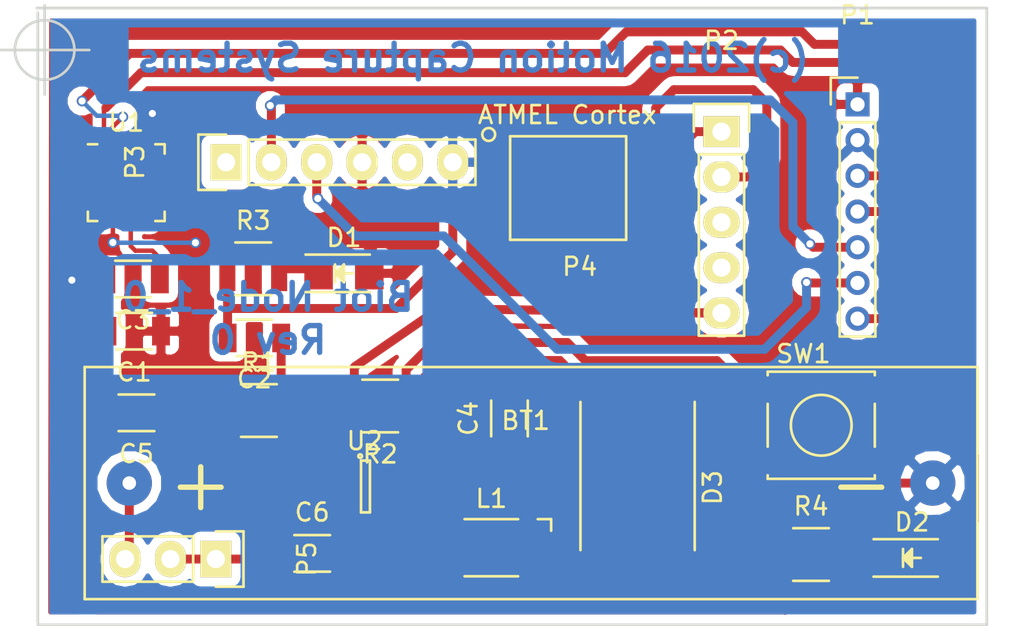
<source format=kicad_pcb>
(kicad_pcb (version 4) (host pcbnew 4.0.3+e1-6302~38~ubuntu16.04.1-stable)

  (general
    (links 51)
    (no_connects 0)
    (area 0 0 0 0)
    (thickness 1.6)
    (drawings 7)
    (tracks 217)
    (zones 0)
    (modules 23)
    (nets 44)
  )

  (page A4)
  (layers
    (0 F.Cu signal)
    (31 B.Cu signal)
    (32 B.Adhes user)
    (33 F.Adhes user)
    (34 B.Paste user)
    (35 F.Paste user)
    (36 B.SilkS user)
    (37 F.SilkS user)
    (38 B.Mask user)
    (39 F.Mask user)
    (40 Dwgs.User user)
    (41 Cmts.User user)
    (42 Eco1.User user)
    (43 Eco2.User user)
    (44 Edge.Cuts user)
    (45 Margin user)
    (46 B.CrtYd user)
    (47 F.CrtYd user)
    (48 B.Fab user)
    (49 F.Fab user)
  )

  (setup
    (last_trace_width 0.25)
    (trace_clearance 0.2)
    (zone_clearance 0.508)
    (zone_45_only no)
    (trace_min 0.2)
    (segment_width 0.2)
    (edge_width 0.15)
    (via_size 0.6)
    (via_drill 0.4)
    (via_min_size 0.4)
    (via_min_drill 0.3)
    (uvia_size 0.3)
    (uvia_drill 0.1)
    (uvias_allowed no)
    (uvia_min_size 0.2)
    (uvia_min_drill 0.1)
    (pcb_text_width 0.3)
    (pcb_text_size 1.5 1.5)
    (mod_edge_width 0.15)
    (mod_text_size 1 1)
    (mod_text_width 0.15)
    (pad_size 1.524 1.524)
    (pad_drill 0.762)
    (pad_to_mask_clearance 0.2)
    (aux_axis_origin 0 0)
    (visible_elements FFFFFF5F)
    (pcbplotparams
      (layerselection 0x00030_80000001)
      (usegerberextensions false)
      (excludeedgelayer true)
      (linewidth 0.100000)
      (plotframeref false)
      (viasonmask false)
      (mode 1)
      (useauxorigin false)
      (hpglpennumber 1)
      (hpglpenspeed 20)
      (hpglpendiameter 15)
      (hpglpenoverlay 2)
      (psnegative false)
      (psa4output false)
      (plotreference true)
      (plotvalue true)
      (plotinvisibletext false)
      (padsonsilk false)
      (subtractmaskfromsilk false)
      (outputformat 1)
      (mirror false)
      (drillshape 1)
      (scaleselection 1)
      (outputdirectory ""))
  )

  (net 0 "")
  (net 1 "Net-(BT1-Pad1)")
  (net 2 GND)
  (net 3 +3V3)
  (net 4 NRESET)
  (net 5 "Net-(C3-Pad1)")
  (net 6 1.5V)
  (net 7 "Net-(D1-Pad1)")
  (net 8 HEART)
  (net 9 "Net-(D2-Pad1)")
  (net 10 "Net-(D3-Pad2)")
  (net 11 SDA)
  (net 12 SCK)
  (net 13 RXD)
  (net 14 TXD)
  (net 15 SWCLK)
  (net 16 SWDIO)
  (net 17 "Net-(P2-Pad3)")
  (net 18 "Net-(P2-Pad4)")
  (net 19 "Net-(P3-Pad1)")
  (net 20 "Net-(P3-Pad5)")
  (net 21 "Net-(P4-Pad6)")
  (net 22 "Net-(P4-Pad8)")
  (net 23 "Net-(P4-Pad9)")
  (net 24 "Net-(P4-Pad7)")
  (net 25 "Net-(R2-Pad1)")
  (net 26 "Net-(U1-Pad1)")
  (net 27 "Net-(U1-Pad2)")
  (net 28 "Net-(U1-Pad3)")
  (net 29 "Net-(U1-Pad4)")
  (net 30 "Net-(U1-Pad5)")
  (net 31 "Net-(U1-Pad6)")
  (net 32 "Net-(U1-Pad7)")
  (net 33 "Net-(U1-Pad9)")
  (net 34 "Net-(U1-Pad11)")
  (net 35 "Net-(U1-Pad12)")
  (net 36 "Net-(U1-Pad14)")
  (net 37 "Net-(U1-Pad15)")
  (net 38 "Net-(U1-Pad16)")
  (net 39 "Net-(U1-Pad17)")
  (net 40 "Net-(U1-Pad19)")
  (net 41 "Net-(U1-Pad21)")
  (net 42 "Net-(U1-Pad22)")
  (net 43 "Net-(U2-Pad3)")

  (net_class Default "This is the default net class."
    (clearance 0.2)
    (trace_width 0.25)
    (via_dia 0.6)
    (via_drill 0.4)
    (uvia_dia 0.3)
    (uvia_drill 0.1)
    (add_net +3V3)
    (add_net GND)
    (add_net "Net-(C3-Pad1)")
    (add_net "Net-(U1-Pad1)")
    (add_net "Net-(U1-Pad11)")
    (add_net "Net-(U1-Pad12)")
    (add_net "Net-(U1-Pad14)")
    (add_net "Net-(U1-Pad15)")
    (add_net "Net-(U1-Pad16)")
    (add_net "Net-(U1-Pad17)")
    (add_net "Net-(U1-Pad19)")
    (add_net "Net-(U1-Pad2)")
    (add_net "Net-(U1-Pad21)")
    (add_net "Net-(U1-Pad22)")
    (add_net "Net-(U1-Pad3)")
    (add_net "Net-(U1-Pad4)")
    (add_net "Net-(U1-Pad5)")
    (add_net "Net-(U1-Pad6)")
    (add_net "Net-(U1-Pad7)")
    (add_net "Net-(U1-Pad9)")
    (add_net SCK)
    (add_net SDA)
  )

  (net_class Wide ""
    (clearance 0.25)
    (trace_width 0.5)
    (via_dia 0.6)
    (via_drill 0.4)
    (uvia_dia 0.3)
    (uvia_drill 0.1)
    (add_net 1.5V)
    (add_net HEART)
    (add_net NRESET)
    (add_net "Net-(BT1-Pad1)")
    (add_net "Net-(D1-Pad1)")
    (add_net "Net-(D2-Pad1)")
    (add_net "Net-(D3-Pad2)")
    (add_net "Net-(P2-Pad3)")
    (add_net "Net-(P2-Pad4)")
    (add_net "Net-(P3-Pad1)")
    (add_net "Net-(P3-Pad5)")
    (add_net "Net-(P4-Pad6)")
    (add_net "Net-(P4-Pad7)")
    (add_net "Net-(P4-Pad8)")
    (add_net "Net-(P4-Pad9)")
    (add_net "Net-(R2-Pad1)")
    (add_net "Net-(U2-Pad3)")
    (add_net RXD)
    (add_net SWCLK)
    (add_net SWDIO)
    (add_net TXD)
  )

  (module atmelSAM:AAA_x1_Battery_Holder (layer F.Cu) (tedit 57C7D0E3) (tstamp 57CFB4D1)
    (at 151.511 146.685)
    (path /57CE1F82)
    (fp_text reference BT1 (at -0.3 -3.5) (layer F.SilkS)
      (effects (font (size 1 1) (thickness 0.15)))
    )
    (fp_text value 1.5V (at -0.3 -0.6) (layer F.Fab)
      (effects (font (size 1 1) (thickness 0.15)))
    )
    (fp_text user - (at 18.5 0) (layer F.SilkS)
      (effects (font (size 3 3) (thickness 0.3)))
    )
    (fp_text user + (at -18.5 0) (layer F.SilkS)
      (effects (font (size 3 3) (thickness 0.3)))
    )
    (fp_line (start -25 -6.5) (end 25 -6.5) (layer F.SilkS) (width 0.15))
    (fp_line (start 25 -6.5) (end 25 6.5) (layer F.SilkS) (width 0.15))
    (fp_line (start 25 6.5) (end -25 6.5) (layer F.SilkS) (width 0.15))
    (fp_line (start -25 6.5) (end -25 -6.5) (layer F.SilkS) (width 0.15))
    (pad 1 thru_hole circle (at -22.5 0) (size 2.54 2.54) (drill 0.762) (layers *.Cu *.Mask)
      (net 1 "Net-(BT1-Pad1)"))
    (pad 2 thru_hole circle (at 22.5 0) (size 2.54 2.54) (drill 0.762) (layers *.Cu *.Mask)
      (net 2 GND))
  )

  (module Capacitors_SMD:C_1206 (layer F.Cu) (tedit 5415D7BD) (tstamp 57CFB4D7)
    (at 129.286 138.176 180)
    (descr "Capacitor SMD 1206, reflow soldering, AVX (see smccp.pdf)")
    (tags "capacitor 1206")
    (path /57CD47EF)
    (attr smd)
    (fp_text reference C1 (at 0 -2.3 180) (layer F.SilkS)
      (effects (font (size 1 1) (thickness 0.15)))
    )
    (fp_text value 10nF (at 0 2.3 180) (layer F.Fab)
      (effects (font (size 1 1) (thickness 0.15)))
    )
    (fp_line (start -2.3 -1.15) (end 2.3 -1.15) (layer F.CrtYd) (width 0.05))
    (fp_line (start -2.3 1.15) (end 2.3 1.15) (layer F.CrtYd) (width 0.05))
    (fp_line (start -2.3 -1.15) (end -2.3 1.15) (layer F.CrtYd) (width 0.05))
    (fp_line (start 2.3 -1.15) (end 2.3 1.15) (layer F.CrtYd) (width 0.05))
    (fp_line (start 1 -1.025) (end -1 -1.025) (layer F.SilkS) (width 0.15))
    (fp_line (start -1 1.025) (end 1 1.025) (layer F.SilkS) (width 0.15))
    (pad 1 smd rect (at -1.5 0 180) (size 1 1.6) (layers F.Cu F.Paste F.Mask)
      (net 3 +3V3))
    (pad 2 smd rect (at 1.5 0 180) (size 1 1.6) (layers F.Cu F.Paste F.Mask)
      (net 2 GND))
    (model Capacitors_SMD.3dshapes/C_1206.wrl
      (at (xyz 0 0 0))
      (scale (xyz 1 1 1))
      (rotate (xyz 0 0 0))
    )
  )

  (module Capacitors_SMD:C_1206 (layer F.Cu) (tedit 5415D7BD) (tstamp 57CFB4DD)
    (at 136.017 138.557 180)
    (descr "Capacitor SMD 1206, reflow soldering, AVX (see smccp.pdf)")
    (tags "capacitor 1206")
    (path /57CE56F3)
    (attr smd)
    (fp_text reference C2 (at 0 -2.3 180) (layer F.SilkS)
      (effects (font (size 1 1) (thickness 0.15)))
    )
    (fp_text value 100nF (at 0 2.3 180) (layer F.Fab)
      (effects (font (size 1 1) (thickness 0.15)))
    )
    (fp_line (start -2.3 -1.15) (end 2.3 -1.15) (layer F.CrtYd) (width 0.05))
    (fp_line (start -2.3 1.15) (end 2.3 1.15) (layer F.CrtYd) (width 0.05))
    (fp_line (start -2.3 -1.15) (end -2.3 1.15) (layer F.CrtYd) (width 0.05))
    (fp_line (start 2.3 -1.15) (end 2.3 1.15) (layer F.CrtYd) (width 0.05))
    (fp_line (start 1 -1.025) (end -1 -1.025) (layer F.SilkS) (width 0.15))
    (fp_line (start -1 1.025) (end 1 1.025) (layer F.SilkS) (width 0.15))
    (pad 1 smd rect (at -1.5 0 180) (size 1 1.6) (layers F.Cu F.Paste F.Mask)
      (net 4 NRESET))
    (pad 2 smd rect (at 1.5 0 180) (size 1 1.6) (layers F.Cu F.Paste F.Mask)
      (net 2 GND))
    (model Capacitors_SMD.3dshapes/C_1206.wrl
      (at (xyz 0 0 0))
      (scale (xyz 1 1 1))
      (rotate (xyz 0 0 0))
    )
  )

  (module Capacitors_SMD:C_1206 (layer F.Cu) (tedit 5415D7BD) (tstamp 57CFB4E3)
    (at 129.2225 135.255 180)
    (descr "Capacitor SMD 1206, reflow soldering, AVX (see smccp.pdf)")
    (tags "capacitor 1206")
    (path /57CD4424)
    (attr smd)
    (fp_text reference C3 (at 0 -2.3 180) (layer F.SilkS)
      (effects (font (size 1 1) (thickness 0.15)))
    )
    (fp_text value 0.1uF (at 0 2.3 180) (layer F.Fab)
      (effects (font (size 1 1) (thickness 0.15)))
    )
    (fp_line (start -2.3 -1.15) (end 2.3 -1.15) (layer F.CrtYd) (width 0.05))
    (fp_line (start -2.3 1.15) (end 2.3 1.15) (layer F.CrtYd) (width 0.05))
    (fp_line (start -2.3 -1.15) (end -2.3 1.15) (layer F.CrtYd) (width 0.05))
    (fp_line (start 2.3 -1.15) (end 2.3 1.15) (layer F.CrtYd) (width 0.05))
    (fp_line (start 1 -1.025) (end -1 -1.025) (layer F.SilkS) (width 0.15))
    (fp_line (start -1 1.025) (end 1 1.025) (layer F.SilkS) (width 0.15))
    (pad 1 smd rect (at -1.5 0 180) (size 1 1.6) (layers F.Cu F.Paste F.Mask)
      (net 5 "Net-(C3-Pad1)"))
    (pad 2 smd rect (at 1.5 0 180) (size 1 1.6) (layers F.Cu F.Paste F.Mask)
      (net 2 GND))
    (model Capacitors_SMD.3dshapes/C_1206.wrl
      (at (xyz 0 0 0))
      (scale (xyz 1 1 1))
      (rotate (xyz 0 0 0))
    )
  )

  (module Capacitors_SMD:C_1206 (layer F.Cu) (tedit 5415D7BD) (tstamp 57CFB4E9)
    (at 150.3045 143.0655 90)
    (descr "Capacitor SMD 1206, reflow soldering, AVX (see smccp.pdf)")
    (tags "capacitor 1206")
    (path /57CD3D82)
    (attr smd)
    (fp_text reference C4 (at 0 -2.3 90) (layer F.SilkS)
      (effects (font (size 1 1) (thickness 0.15)))
    )
    (fp_text value 0.1uF (at 0 2.3 90) (layer F.Fab)
      (effects (font (size 1 1) (thickness 0.15)))
    )
    (fp_line (start -2.3 -1.15) (end 2.3 -1.15) (layer F.CrtYd) (width 0.05))
    (fp_line (start -2.3 1.15) (end 2.3 1.15) (layer F.CrtYd) (width 0.05))
    (fp_line (start -2.3 -1.15) (end -2.3 1.15) (layer F.CrtYd) (width 0.05))
    (fp_line (start 2.3 -1.15) (end 2.3 1.15) (layer F.CrtYd) (width 0.05))
    (fp_line (start 1 -1.025) (end -1 -1.025) (layer F.SilkS) (width 0.15))
    (fp_line (start -1 1.025) (end 1 1.025) (layer F.SilkS) (width 0.15))
    (pad 1 smd rect (at -1.5 0 90) (size 1 1.6) (layers F.Cu F.Paste F.Mask)
      (net 3 +3V3))
    (pad 2 smd rect (at 1.5 0 90) (size 1 1.6) (layers F.Cu F.Paste F.Mask)
      (net 2 GND))
    (model Capacitors_SMD.3dshapes/C_1206.wrl
      (at (xyz 0 0 0))
      (scale (xyz 1 1 1))
      (rotate (xyz 0 0 0))
    )
  )

  (module Capacitors_SMD:C_1206 (layer F.Cu) (tedit 5415D7BD) (tstamp 57CFB4EF)
    (at 129.413 142.748 180)
    (descr "Capacitor SMD 1206, reflow soldering, AVX (see smccp.pdf)")
    (tags "capacitor 1206")
    (path /57CE12B6)
    (attr smd)
    (fp_text reference C5 (at 0 -2.3 180) (layer F.SilkS)
      (effects (font (size 1 1) (thickness 0.15)))
    )
    (fp_text value 68uF (at 0 2.3 180) (layer F.Fab)
      (effects (font (size 1 1) (thickness 0.15)))
    )
    (fp_line (start -2.3 -1.15) (end 2.3 -1.15) (layer F.CrtYd) (width 0.05))
    (fp_line (start -2.3 1.15) (end 2.3 1.15) (layer F.CrtYd) (width 0.05))
    (fp_line (start -2.3 -1.15) (end -2.3 1.15) (layer F.CrtYd) (width 0.05))
    (fp_line (start 2.3 -1.15) (end 2.3 1.15) (layer F.CrtYd) (width 0.05))
    (fp_line (start 1 -1.025) (end -1 -1.025) (layer F.SilkS) (width 0.15))
    (fp_line (start -1 1.025) (end 1 1.025) (layer F.SilkS) (width 0.15))
    (pad 1 smd rect (at -1.5 0 180) (size 1 1.6) (layers F.Cu F.Paste F.Mask)
      (net 3 +3V3))
    (pad 2 smd rect (at 1.5 0 180) (size 1 1.6) (layers F.Cu F.Paste F.Mask)
      (net 2 GND))
    (model Capacitors_SMD.3dshapes/C_1206.wrl
      (at (xyz 0 0 0))
      (scale (xyz 1 1 1))
      (rotate (xyz 0 0 0))
    )
  )

  (module Capacitors_SMD:C_1206 (layer F.Cu) (tedit 5415D7BD) (tstamp 57CFB4F5)
    (at 139.2555 150.622)
    (descr "Capacitor SMD 1206, reflow soldering, AVX (see smccp.pdf)")
    (tags "capacitor 1206")
    (path /57CE134B)
    (attr smd)
    (fp_text reference C6 (at 0 -2.3) (layer F.SilkS)
      (effects (font (size 1 1) (thickness 0.15)))
    )
    (fp_text value 10uF (at 0 2.3) (layer F.Fab)
      (effects (font (size 1 1) (thickness 0.15)))
    )
    (fp_line (start -2.3 -1.15) (end 2.3 -1.15) (layer F.CrtYd) (width 0.05))
    (fp_line (start -2.3 1.15) (end 2.3 1.15) (layer F.CrtYd) (width 0.05))
    (fp_line (start -2.3 -1.15) (end -2.3 1.15) (layer F.CrtYd) (width 0.05))
    (fp_line (start 2.3 -1.15) (end 2.3 1.15) (layer F.CrtYd) (width 0.05))
    (fp_line (start 1 -1.025) (end -1 -1.025) (layer F.SilkS) (width 0.15))
    (fp_line (start -1 1.025) (end 1 1.025) (layer F.SilkS) (width 0.15))
    (pad 1 smd rect (at -1.5 0) (size 1 1.6) (layers F.Cu F.Paste F.Mask)
      (net 6 1.5V))
    (pad 2 smd rect (at 1.5 0) (size 1 1.6) (layers F.Cu F.Paste F.Mask)
      (net 2 GND))
    (model Capacitors_SMD.3dshapes/C_1206.wrl
      (at (xyz 0 0 0))
      (scale (xyz 1 1 1))
      (rotate (xyz 0 0 0))
    )
  )

  (module LEDs:LED_1206 (layer F.Cu) (tedit 57ABE035) (tstamp 57CFB4FB)
    (at 141.0335 134.9375)
    (descr "LED 1206 smd package")
    (tags "LED1206 SMD")
    (path /57CE7879)
    (attr smd)
    (fp_text reference D1 (at 0 -2) (layer F.SilkS)
      (effects (font (size 1 1) (thickness 0.15)))
    )
    (fp_text value Red (at 0 2) (layer F.Fab)
      (effects (font (size 1 1) (thickness 0.15)))
    )
    (fp_line (start -0.5 -0.5) (end -0.5 0.5) (layer F.Fab) (width 0.15))
    (fp_line (start -0.5 0) (end 0 -0.5) (layer F.Fab) (width 0.15))
    (fp_line (start 0 0.5) (end -0.5 0) (layer F.Fab) (width 0.15))
    (fp_line (start 0 -0.5) (end 0 0.5) (layer F.Fab) (width 0.15))
    (fp_line (start -1.6 0.8) (end -1.6 -0.8) (layer F.Fab) (width 0.15))
    (fp_line (start 1.6 0.8) (end -1.6 0.8) (layer F.Fab) (width 0.15))
    (fp_line (start 1.6 -0.8) (end 1.6 0.8) (layer F.Fab) (width 0.15))
    (fp_line (start -1.6 -0.8) (end 1.6 -0.8) (layer F.Fab) (width 0.15))
    (fp_line (start -2.15 1.05) (end 1.45 1.05) (layer F.SilkS) (width 0.15))
    (fp_line (start -2.15 -1.05) (end 1.45 -1.05) (layer F.SilkS) (width 0.15))
    (fp_line (start -0.1 -0.3) (end -0.1 0.3) (layer F.SilkS) (width 0.15))
    (fp_line (start -0.1 0.3) (end -0.4 0) (layer F.SilkS) (width 0.15))
    (fp_line (start -0.4 0) (end -0.2 -0.2) (layer F.SilkS) (width 0.15))
    (fp_line (start -0.2 -0.2) (end -0.2 0.05) (layer F.SilkS) (width 0.15))
    (fp_line (start -0.2 0.05) (end -0.25 0) (layer F.SilkS) (width 0.15))
    (fp_line (start -0.5 -0.5) (end -0.5 0.5) (layer F.SilkS) (width 0.15))
    (fp_line (start 0 0) (end 0.5 0) (layer F.SilkS) (width 0.15))
    (fp_line (start -0.5 0) (end 0 -0.5) (layer F.SilkS) (width 0.15))
    (fp_line (start 0 -0.5) (end 0 0.5) (layer F.SilkS) (width 0.15))
    (fp_line (start 0 0.5) (end -0.5 0) (layer F.SilkS) (width 0.15))
    (fp_line (start 2.5 -1.25) (end -2.5 -1.25) (layer F.CrtYd) (width 0.05))
    (fp_line (start -2.5 -1.25) (end -2.5 1.25) (layer F.CrtYd) (width 0.05))
    (fp_line (start -2.5 1.25) (end 2.5 1.25) (layer F.CrtYd) (width 0.05))
    (fp_line (start 2.5 1.25) (end 2.5 -1.25) (layer F.CrtYd) (width 0.05))
    (pad 2 smd rect (at 1.41986 0 180) (size 1.59766 1.80086) (layers F.Cu F.Paste F.Mask)
      (net 3 +3V3))
    (pad 1 smd rect (at -1.41986 0 180) (size 1.59766 1.80086) (layers F.Cu F.Paste F.Mask)
      (net 7 "Net-(D1-Pad1)"))
    (model LEDs.3dshapes/LED_1206.wrl
      (at (xyz 0 0 0))
      (scale (xyz 1 1 1))
      (rotate (xyz 0 0 180))
    )
  )

  (module LEDs:LED_1206 (layer F.Cu) (tedit 57ABE035) (tstamp 57CFB501)
    (at 172.847 150.876)
    (descr "LED 1206 smd package")
    (tags "LED1206 SMD")
    (path /57CE6E38)
    (attr smd)
    (fp_text reference D2 (at 0 -2) (layer F.SilkS)
      (effects (font (size 1 1) (thickness 0.15)))
    )
    (fp_text value Red (at 0 2) (layer F.Fab)
      (effects (font (size 1 1) (thickness 0.15)))
    )
    (fp_line (start -0.5 -0.5) (end -0.5 0.5) (layer F.Fab) (width 0.15))
    (fp_line (start -0.5 0) (end 0 -0.5) (layer F.Fab) (width 0.15))
    (fp_line (start 0 0.5) (end -0.5 0) (layer F.Fab) (width 0.15))
    (fp_line (start 0 -0.5) (end 0 0.5) (layer F.Fab) (width 0.15))
    (fp_line (start -1.6 0.8) (end -1.6 -0.8) (layer F.Fab) (width 0.15))
    (fp_line (start 1.6 0.8) (end -1.6 0.8) (layer F.Fab) (width 0.15))
    (fp_line (start 1.6 -0.8) (end 1.6 0.8) (layer F.Fab) (width 0.15))
    (fp_line (start -1.6 -0.8) (end 1.6 -0.8) (layer F.Fab) (width 0.15))
    (fp_line (start -2.15 1.05) (end 1.45 1.05) (layer F.SilkS) (width 0.15))
    (fp_line (start -2.15 -1.05) (end 1.45 -1.05) (layer F.SilkS) (width 0.15))
    (fp_line (start -0.1 -0.3) (end -0.1 0.3) (layer F.SilkS) (width 0.15))
    (fp_line (start -0.1 0.3) (end -0.4 0) (layer F.SilkS) (width 0.15))
    (fp_line (start -0.4 0) (end -0.2 -0.2) (layer F.SilkS) (width 0.15))
    (fp_line (start -0.2 -0.2) (end -0.2 0.05) (layer F.SilkS) (width 0.15))
    (fp_line (start -0.2 0.05) (end -0.25 0) (layer F.SilkS) (width 0.15))
    (fp_line (start -0.5 -0.5) (end -0.5 0.5) (layer F.SilkS) (width 0.15))
    (fp_line (start 0 0) (end 0.5 0) (layer F.SilkS) (width 0.15))
    (fp_line (start -0.5 0) (end 0 -0.5) (layer F.SilkS) (width 0.15))
    (fp_line (start 0 -0.5) (end 0 0.5) (layer F.SilkS) (width 0.15))
    (fp_line (start 0 0.5) (end -0.5 0) (layer F.SilkS) (width 0.15))
    (fp_line (start 2.5 -1.25) (end -2.5 -1.25) (layer F.CrtYd) (width 0.05))
    (fp_line (start -2.5 -1.25) (end -2.5 1.25) (layer F.CrtYd) (width 0.05))
    (fp_line (start -2.5 1.25) (end 2.5 1.25) (layer F.CrtYd) (width 0.05))
    (fp_line (start 2.5 1.25) (end 2.5 -1.25) (layer F.CrtYd) (width 0.05))
    (pad 2 smd rect (at 1.41986 0 180) (size 1.59766 1.80086) (layers F.Cu F.Paste F.Mask)
      (net 8 HEART))
    (pad 1 smd rect (at -1.41986 0 180) (size 1.59766 1.80086) (layers F.Cu F.Paste F.Mask)
      (net 9 "Net-(D2-Pad1)"))
    (model LEDs.3dshapes/LED_1206.wrl
      (at (xyz 0 0 0))
      (scale (xyz 1 1 1))
      (rotate (xyz 0 0 180))
    )
  )

  (module Diodes_SMD:DO-214AB (layer F.Cu) (tedit 55429DAE) (tstamp 57CFB507)
    (at 157.48 146.939 270)
    (descr "Jedec DO-214AB diode package. Designed according to Fairchild SS32 datasheet.")
    (tags "DO-214AB diode")
    (path /57CE1070)
    (attr smd)
    (fp_text reference D3 (at 0 -4.2 270) (layer F.SilkS)
      (effects (font (size 1 1) (thickness 0.15)))
    )
    (fp_text value MBRA140 (at 0 4.6 270) (layer F.Fab)
      (effects (font (size 1 1) (thickness 0.15)))
    )
    (fp_line (start -5.15 -3.45) (end 5.15 -3.45) (layer F.CrtYd) (width 0.05))
    (fp_line (start 5.15 -3.45) (end 5.15 3.45) (layer F.CrtYd) (width 0.05))
    (fp_line (start 5.15 3.45) (end -5.15 3.45) (layer F.CrtYd) (width 0.05))
    (fp_line (start -5.15 3.45) (end -5.15 -3.45) (layer F.CrtYd) (width 0.05))
    (fp_line (start 3.5 3.2) (end -4.8 3.2) (layer F.SilkS) (width 0.15))
    (fp_line (start -4.8 -3.2) (end 3.5 -3.2) (layer F.SilkS) (width 0.15))
    (pad 2 smd rect (at 3.6 0 270) (size 2.6 3.2) (layers F.Cu F.Paste F.Mask)
      (net 10 "Net-(D3-Pad2)"))
    (pad 1 smd rect (at -3.6 0 270) (size 2.6 3.2) (layers F.Cu F.Paste F.Mask)
      (net 3 +3V3))
    (model Diodes_SMD.3dshapes/DO-214AB.wrl
      (at (xyz 0 0 0))
      (scale (xyz 0.39 0.39 0.39))
      (rotate (xyz 0 0 180))
    )
  )

  (module Inductors:Inductor_1212 (layer F.Cu) (tedit 5652586A) (tstamp 57CFB50D)
    (at 149.2885 150.3045 180)
    (path /57CE0B3C)
    (attr smd)
    (fp_text reference L1 (at 0 2.75 180) (layer F.SilkS)
      (effects (font (size 1 1) (thickness 0.15)))
    )
    (fp_text value 47uH (at 0 -2.75 180) (layer F.Fab)
      (effects (font (size 1 1) (thickness 0.15)))
    )
    (fp_line (start -3.35 1.6) (end -3.35 0.95) (layer F.SilkS) (width 0.15))
    (fp_line (start -2.6 1.6) (end -3.35 1.6) (layer F.SilkS) (width 0.15))
    (fp_line (start -3.5 2) (end -3.5 -2) (layer F.CrtYd) (width 0.05))
    (fp_line (start 3.5 2) (end -3.5 2) (layer F.CrtYd) (width 0.05))
    (fp_line (start 3.5 -2) (end 3.5 2) (layer F.CrtYd) (width 0.05))
    (fp_line (start -3.5 -2) (end 3.5 -2) (layer F.CrtYd) (width 0.05))
    (fp_line (start 1.5 1.6) (end -1.5 1.6) (layer F.SilkS) (width 0.15))
    (fp_line (start -1.5 -1.6) (end 1.5 -1.6) (layer F.SilkS) (width 0.15))
    (pad 1 smd rect (at -1.75 0 180) (size 2.5 2.5) (layers F.Cu F.Paste F.Mask)
      (net 10 "Net-(D3-Pad2)"))
    (pad 2 smd rect (at 1.75 0 180) (size 2.5 2.5) (layers F.Cu F.Paste F.Mask)
      (net 6 1.5V))
  )

  (module Pin_Headers:Pin_Header_Straight_1x07_Pitch2.00mm (layer F.Cu) (tedit 56FA75DA) (tstamp 57CFB518)
    (at 169.799 125.476)
    (descr "Through hole pin header, 1x07, 2.00mm pitch, single row")
    (tags "pin header single row")
    (path /57CF9EB9)
    (fp_text reference P1 (at 0 -5) (layer F.SilkS)
      (effects (font (size 1 1) (thickness 0.15)))
    )
    (fp_text value ATSAMR21B18-MZ210PA (at 0 -3) (layer F.Fab)
      (effects (font (size 1 1) (thickness 0.15)))
    )
    (fp_line (start -1 1) (end 1 1) (layer F.SilkS) (width 0.15))
    (fp_line (start 1 1) (end 1 13) (layer F.SilkS) (width 0.15))
    (fp_line (start 1 13) (end -1 13) (layer F.SilkS) (width 0.15))
    (fp_line (start -1 13) (end -1 1) (layer F.SilkS) (width 0.15))
    (fp_line (start -1.6 -1.6) (end 1.6 -1.6) (layer F.CrtYd) (width 0.05))
    (fp_line (start 1.6 -1.6) (end 1.6 13.6) (layer F.CrtYd) (width 0.05))
    (fp_line (start 1.6 13.6) (end -1.6 13.6) (layer F.CrtYd) (width 0.05))
    (fp_line (start -1.6 13.6) (end -1.6 -1.6) (layer F.CrtYd) (width 0.05))
    (fp_line (start -1.5 0) (end -1.5 -1.5) (layer F.SilkS) (width 0.15))
    (fp_line (start -1.5 -1.5) (end 0 -1.5) (layer F.SilkS) (width 0.15))
    (pad 1 thru_hole rect (at 0 0) (size 1.35 1.35) (drill 0.8) (layers *.Cu *.Mask)
      (net 3 +3V3))
    (pad 2 thru_hole circle (at 0 2) (size 1.35 1.35) (drill 0.8) (layers *.Cu *.Mask)
      (net 2 GND))
    (pad 3 thru_hole circle (at 0 4) (size 1.35 1.35) (drill 0.8) (layers *.Cu *.Mask)
      (net 11 SDA))
    (pad 4 thru_hole circle (at 0 6) (size 1.35 1.35) (drill 0.8) (layers *.Cu *.Mask)
      (net 12 SCK))
    (pad 5 thru_hole circle (at 0 8) (size 1.35 1.35) (drill 0.8) (layers *.Cu *.Mask)
      (net 13 RXD))
    (pad 6 thru_hole circle (at 0 10) (size 1.35 1.35) (drill 0.8) (layers *.Cu *.Mask)
      (net 14 TXD))
    (pad 7 thru_hole circle (at 0 12) (size 1.35 1.35) (drill 0.8) (layers *.Cu *.Mask)
      (net 8 HEART))
    (model Pin_Headers.3dshapes/Pin_Header_Straight_1x07_Pitch2.00mm.wrl
      (at (xyz 0 0 0))
      (scale (xyz 1 1 1))
      (rotate (xyz 0 0 0))
    )
  )

  (module Pin_Headers:Pin_Header_Straight_1x05 (layer F.Cu) (tedit 54EA0684) (tstamp 57CFB521)
    (at 162.179 127)
    (descr "Through hole pin header")
    (tags "pin header")
    (path /57CF9F48)
    (fp_text reference P2 (at 0 -5.1) (layer F.SilkS)
      (effects (font (size 1 1) (thickness 0.15)))
    )
    (fp_text value "MCU Test Points" (at 0 -3.1) (layer F.Fab)
      (effects (font (size 1 1) (thickness 0.15)))
    )
    (fp_line (start -1.55 0) (end -1.55 -1.55) (layer F.SilkS) (width 0.15))
    (fp_line (start -1.55 -1.55) (end 1.55 -1.55) (layer F.SilkS) (width 0.15))
    (fp_line (start 1.55 -1.55) (end 1.55 0) (layer F.SilkS) (width 0.15))
    (fp_line (start -1.75 -1.75) (end -1.75 11.95) (layer F.CrtYd) (width 0.05))
    (fp_line (start 1.75 -1.75) (end 1.75 11.95) (layer F.CrtYd) (width 0.05))
    (fp_line (start -1.75 -1.75) (end 1.75 -1.75) (layer F.CrtYd) (width 0.05))
    (fp_line (start -1.75 11.95) (end 1.75 11.95) (layer F.CrtYd) (width 0.05))
    (fp_line (start 1.27 1.27) (end 1.27 11.43) (layer F.SilkS) (width 0.15))
    (fp_line (start 1.27 11.43) (end -1.27 11.43) (layer F.SilkS) (width 0.15))
    (fp_line (start -1.27 11.43) (end -1.27 1.27) (layer F.SilkS) (width 0.15))
    (fp_line (start 1.27 1.27) (end -1.27 1.27) (layer F.SilkS) (width 0.15))
    (pad 1 thru_hole rect (at 0 0) (size 2.032 1.7272) (drill 1.016) (layers *.Cu *.Mask F.SilkS)
      (net 15 SWCLK))
    (pad 2 thru_hole oval (at 0 2.54) (size 2.032 1.7272) (drill 1.016) (layers *.Cu *.Mask F.SilkS)
      (net 16 SWDIO))
    (pad 3 thru_hole oval (at 0 5.08) (size 2.032 1.7272) (drill 1.016) (layers *.Cu *.Mask F.SilkS)
      (net 17 "Net-(P2-Pad3)"))
    (pad 4 thru_hole oval (at 0 7.62) (size 2.032 1.7272) (drill 1.016) (layers *.Cu *.Mask F.SilkS)
      (net 18 "Net-(P2-Pad4)"))
    (pad 5 thru_hole oval (at 0 10.16) (size 2.032 1.7272) (drill 1.016) (layers *.Cu *.Mask F.SilkS)
      (net 4 NRESET))
    (model Pin_Headers.3dshapes/Pin_Header_Straight_1x05.wrl
      (at (xyz 0 -0.2 0))
      (scale (xyz 1 1 1))
      (rotate (xyz 0 0 90))
    )
  )

  (module Pin_Headers:Pin_Header_Straight_1x06 (layer F.Cu) (tedit 0) (tstamp 57CFB52B)
    (at 134.4295 128.7145 90)
    (descr "Through hole pin header")
    (tags "pin header")
    (path /57CE80C6)
    (fp_text reference P3 (at 0 -5.1 90) (layer F.SilkS)
      (effects (font (size 1 1) (thickness 0.15)))
    )
    (fp_text value FTDI (at 0 -3.1 90) (layer F.Fab)
      (effects (font (size 1 1) (thickness 0.15)))
    )
    (fp_line (start -1.75 -1.75) (end -1.75 14.45) (layer F.CrtYd) (width 0.05))
    (fp_line (start 1.75 -1.75) (end 1.75 14.45) (layer F.CrtYd) (width 0.05))
    (fp_line (start -1.75 -1.75) (end 1.75 -1.75) (layer F.CrtYd) (width 0.05))
    (fp_line (start -1.75 14.45) (end 1.75 14.45) (layer F.CrtYd) (width 0.05))
    (fp_line (start 1.27 1.27) (end 1.27 13.97) (layer F.SilkS) (width 0.15))
    (fp_line (start 1.27 13.97) (end -1.27 13.97) (layer F.SilkS) (width 0.15))
    (fp_line (start -1.27 13.97) (end -1.27 1.27) (layer F.SilkS) (width 0.15))
    (fp_line (start 1.55 -1.55) (end 1.55 0) (layer F.SilkS) (width 0.15))
    (fp_line (start 1.27 1.27) (end -1.27 1.27) (layer F.SilkS) (width 0.15))
    (fp_line (start -1.55 0) (end -1.55 -1.55) (layer F.SilkS) (width 0.15))
    (fp_line (start -1.55 -1.55) (end 1.55 -1.55) (layer F.SilkS) (width 0.15))
    (pad 1 thru_hole rect (at 0 0 90) (size 2.032 1.7272) (drill 1.016) (layers *.Cu *.Mask F.SilkS)
      (net 19 "Net-(P3-Pad1)"))
    (pad 2 thru_hole oval (at 0 2.54 90) (size 2.032 1.7272) (drill 1.016) (layers *.Cu *.Mask F.SilkS)
      (net 13 RXD))
    (pad 3 thru_hole oval (at 0 5.08 90) (size 2.032 1.7272) (drill 1.016) (layers *.Cu *.Mask F.SilkS)
      (net 14 TXD))
    (pad 4 thru_hole oval (at 0 7.62 90) (size 2.032 1.7272) (drill 1.016) (layers *.Cu *.Mask F.SilkS)
      (net 3 +3V3))
    (pad 5 thru_hole oval (at 0 10.16 90) (size 2.032 1.7272) (drill 1.016) (layers *.Cu *.Mask F.SilkS)
      (net 20 "Net-(P3-Pad5)"))
    (pad 6 thru_hole oval (at 0 12.7 90) (size 2.032 1.7272) (drill 1.016) (layers *.Cu *.Mask F.SilkS)
      (net 2 GND))
    (model Pin_Headers.3dshapes/Pin_Header_Straight_1x06.wrl
      (at (xyz 0 -0.25 0))
      (scale (xyz 1 1 1))
      (rotate (xyz 0 0 90))
    )
  )

  (module atmelSAM:ATMEL_cortex_header_smd (layer F.Cu) (tedit 57B69DD6) (tstamp 57CFB539)
    (at 150.241 133.1595)
    (path /57CA99B0)
    (fp_text reference P4 (at 4 1.4) (layer F.SilkS)
      (effects (font (size 1 1) (thickness 0.15)))
    )
    (fp_text value "Cortex Header" (at 3.5 2.5) (layer F.Fab) hide
      (effects (font (size 1 1) (thickness 0.15)))
    )
    (fp_text user "ATMEL Cortex" (at 3.3 -7.1) (layer F.SilkS)
      (effects (font (size 1 1) (thickness 0.15)))
    )
    (fp_circle (center -1.1 -6) (end -0.9 -5.7) (layer F.SilkS) (width 0.15))
    (fp_line (start 0.1 -5.9) (end 6.6 -5.9) (layer F.SilkS) (width 0.15))
    (fp_line (start 6.6 -5.9) (end 6.6 -0.1) (layer F.SilkS) (width 0.15))
    (fp_line (start 6.6 -0.1) (end 0.1 -0.1) (layer F.SilkS) (width 0.15))
    (fp_line (start 0.1 -0.1) (end 0.1 -5.9) (layer F.SilkS) (width 0.15))
    (pad 2 smd rect (at 5.41 -5.49 270) (size 0.75 2.5) (layers F.Cu F.Paste F.Mask)
      (net 16 SWDIO))
    (pad 4 smd rect (at 5.41 -4.22 270) (size 0.75 2.5) (layers F.Cu F.Paste F.Mask)
      (net 15 SWCLK))
    (pad 6 smd rect (at 5.41 -2.95 270) (size 0.75 2.5) (layers F.Cu F.Paste F.Mask)
      (net 21 "Net-(P4-Pad6)"))
    (pad 8 smd rect (at 5.41 -1.68 270) (size 0.75 2.5) (layers F.Cu F.Paste F.Mask)
      (net 22 "Net-(P4-Pad8)"))
    (pad 10 smd rect (at 5.41 -0.41 270) (size 0.75 2.5) (layers F.Cu F.Paste F.Mask)
      (net 4 NRESET))
    (pad 9 smd rect (at 1.4 -0.41 270) (size 0.75 2.5) (layers F.Cu F.Paste F.Mask)
      (net 23 "Net-(P4-Pad9)"))
    (pad 7 smd rect (at 1.4 -1.68 270) (size 0.75 2.5) (layers F.Cu F.Paste F.Mask)
      (net 24 "Net-(P4-Pad7)"))
    (pad 5 smd rect (at 1.4 -2.95 270) (size 0.75 2.5) (layers F.Cu F.Paste F.Mask)
      (net 2 GND))
    (pad 3 smd rect (at 1.4 -4.22 270) (size 0.75 2.5) (layers F.Cu F.Paste F.Mask)
      (net 2 GND))
    (pad 1 smd rect (at 1.4 -5.49 270) (size 0.75 2.5) (layers F.Cu F.Paste F.Mask)
      (net 3 +3V3))
  )

  (module Pin_Headers:Pin_Header_Straight_1x03 (layer F.Cu) (tedit 0) (tstamp 57CFB540)
    (at 133.858 150.9395 270)
    (descr "Through hole pin header")
    (tags "pin header")
    (path /57CE8C46)
    (fp_text reference P5 (at 0 -5.1 270) (layer F.SilkS)
      (effects (font (size 1 1) (thickness 0.15)))
    )
    (fp_text value ON/OFF (at 0 -3.1 270) (layer F.Fab)
      (effects (font (size 1 1) (thickness 0.15)))
    )
    (fp_line (start -1.75 -1.75) (end -1.75 6.85) (layer F.CrtYd) (width 0.05))
    (fp_line (start 1.75 -1.75) (end 1.75 6.85) (layer F.CrtYd) (width 0.05))
    (fp_line (start -1.75 -1.75) (end 1.75 -1.75) (layer F.CrtYd) (width 0.05))
    (fp_line (start -1.75 6.85) (end 1.75 6.85) (layer F.CrtYd) (width 0.05))
    (fp_line (start -1.27 1.27) (end -1.27 6.35) (layer F.SilkS) (width 0.15))
    (fp_line (start -1.27 6.35) (end 1.27 6.35) (layer F.SilkS) (width 0.15))
    (fp_line (start 1.27 6.35) (end 1.27 1.27) (layer F.SilkS) (width 0.15))
    (fp_line (start 1.55 -1.55) (end 1.55 0) (layer F.SilkS) (width 0.15))
    (fp_line (start 1.27 1.27) (end -1.27 1.27) (layer F.SilkS) (width 0.15))
    (fp_line (start -1.55 0) (end -1.55 -1.55) (layer F.SilkS) (width 0.15))
    (fp_line (start -1.55 -1.55) (end 1.55 -1.55) (layer F.SilkS) (width 0.15))
    (pad 1 thru_hole rect (at 0 0 270) (size 2.032 1.7272) (drill 1.016) (layers *.Cu *.Mask F.SilkS)
      (net 6 1.5V))
    (pad 2 thru_hole oval (at 0 2.54 270) (size 2.032 1.7272) (drill 1.016) (layers *.Cu *.Mask F.SilkS)
      (net 6 1.5V))
    (pad 3 thru_hole oval (at 0 5.08 270) (size 2.032 1.7272) (drill 1.016) (layers *.Cu *.Mask F.SilkS)
      (net 1 "Net-(BT1-Pad1)"))
    (model Pin_Headers.3dshapes/Pin_Header_Straight_1x03.wrl
      (at (xyz 0 -0.1 0))
      (scale (xyz 1 1 1))
      (rotate (xyz 0 0 90))
    )
  )

  (module Resistors_SMD:R_1210 (layer F.Cu) (tedit 5415D182) (tstamp 57CFB546)
    (at 136.271 142.621)
    (descr "Resistor SMD 1210, reflow soldering, Vishay (see dcrcw.pdf)")
    (tags "resistor 1210")
    (path /57CA8CAA)
    (attr smd)
    (fp_text reference R1 (at 0 -2.7) (layer F.SilkS)
      (effects (font (size 1 1) (thickness 0.15)))
    )
    (fp_text value 10k (at 0 2.7) (layer F.Fab)
      (effects (font (size 1 1) (thickness 0.15)))
    )
    (fp_line (start -2.2 -1.6) (end 2.2 -1.6) (layer F.CrtYd) (width 0.05))
    (fp_line (start -2.2 1.6) (end 2.2 1.6) (layer F.CrtYd) (width 0.05))
    (fp_line (start -2.2 -1.6) (end -2.2 1.6) (layer F.CrtYd) (width 0.05))
    (fp_line (start 2.2 -1.6) (end 2.2 1.6) (layer F.CrtYd) (width 0.05))
    (fp_line (start 1 1.475) (end -1 1.475) (layer F.SilkS) (width 0.15))
    (fp_line (start -1 -1.475) (end 1 -1.475) (layer F.SilkS) (width 0.15))
    (pad 1 smd rect (at -1.45 0) (size 0.9 2.5) (layers F.Cu F.Paste F.Mask)
      (net 3 +3V3))
    (pad 2 smd rect (at 1.45 0) (size 0.9 2.5) (layers F.Cu F.Paste F.Mask)
      (net 4 NRESET))
    (model Resistors_SMD.3dshapes/R_1210.wrl
      (at (xyz 0 0 0))
      (scale (xyz 1 1 1))
      (rotate (xyz 0 0 0))
    )
  )

  (module Resistors_SMD:R_1210 (layer F.Cu) (tedit 5415D182) (tstamp 57CFB54C)
    (at 143.0655 142.367 180)
    (descr "Resistor SMD 1210, reflow soldering, Vishay (see dcrcw.pdf)")
    (tags "resistor 1210")
    (path /57CE55C2)
    (attr smd)
    (fp_text reference R2 (at 0 -2.7 180) (layer F.SilkS)
      (effects (font (size 1 1) (thickness 0.15)))
    )
    (fp_text value 330R (at 0 2.7 180) (layer F.Fab)
      (effects (font (size 1 1) (thickness 0.15)))
    )
    (fp_line (start -2.2 -1.6) (end 2.2 -1.6) (layer F.CrtYd) (width 0.05))
    (fp_line (start -2.2 1.6) (end 2.2 1.6) (layer F.CrtYd) (width 0.05))
    (fp_line (start -2.2 -1.6) (end -2.2 1.6) (layer F.CrtYd) (width 0.05))
    (fp_line (start 2.2 -1.6) (end 2.2 1.6) (layer F.CrtYd) (width 0.05))
    (fp_line (start 1 1.475) (end -1 1.475) (layer F.SilkS) (width 0.15))
    (fp_line (start -1 -1.475) (end 1 -1.475) (layer F.SilkS) (width 0.15))
    (pad 1 smd rect (at -1.45 0 180) (size 0.9 2.5) (layers F.Cu F.Paste F.Mask)
      (net 25 "Net-(R2-Pad1)"))
    (pad 2 smd rect (at 1.45 0 180) (size 0.9 2.5) (layers F.Cu F.Paste F.Mask)
      (net 4 NRESET))
    (model Resistors_SMD.3dshapes/R_1210.wrl
      (at (xyz 0 0 0))
      (scale (xyz 1 1 1))
      (rotate (xyz 0 0 0))
    )
  )

  (module Resistors_SMD:R_1210 (layer F.Cu) (tedit 5415D182) (tstamp 57CFB552)
    (at 135.9535 134.6835)
    (descr "Resistor SMD 1210, reflow soldering, Vishay (see dcrcw.pdf)")
    (tags "resistor 1210")
    (path /57CE787F)
    (attr smd)
    (fp_text reference R3 (at 0 -2.7) (layer F.SilkS)
      (effects (font (size 1 1) (thickness 0.15)))
    )
    (fp_text value 39R (at 0 2.7) (layer F.Fab)
      (effects (font (size 1 1) (thickness 0.15)))
    )
    (fp_line (start -2.2 -1.6) (end 2.2 -1.6) (layer F.CrtYd) (width 0.05))
    (fp_line (start -2.2 1.6) (end 2.2 1.6) (layer F.CrtYd) (width 0.05))
    (fp_line (start -2.2 -1.6) (end -2.2 1.6) (layer F.CrtYd) (width 0.05))
    (fp_line (start 2.2 -1.6) (end 2.2 1.6) (layer F.CrtYd) (width 0.05))
    (fp_line (start 1 1.475) (end -1 1.475) (layer F.SilkS) (width 0.15))
    (fp_line (start -1 -1.475) (end 1 -1.475) (layer F.SilkS) (width 0.15))
    (pad 1 smd rect (at -1.45 0) (size 0.9 2.5) (layers F.Cu F.Paste F.Mask)
      (net 2 GND))
    (pad 2 smd rect (at 1.45 0) (size 0.9 2.5) (layers F.Cu F.Paste F.Mask)
      (net 7 "Net-(D1-Pad1)"))
    (model Resistors_SMD.3dshapes/R_1210.wrl
      (at (xyz 0 0 0))
      (scale (xyz 1 1 1))
      (rotate (xyz 0 0 0))
    )
  )

  (module Resistors_SMD:R_1210 (layer F.Cu) (tedit 5415D182) (tstamp 57CFB558)
    (at 167.1955 150.6855)
    (descr "Resistor SMD 1210, reflow soldering, Vishay (see dcrcw.pdf)")
    (tags "resistor 1210")
    (path /57CE7020)
    (attr smd)
    (fp_text reference R4 (at 0 -2.7) (layer F.SilkS)
      (effects (font (size 1 1) (thickness 0.15)))
    )
    (fp_text value 39R (at 0 2.7) (layer F.Fab)
      (effects (font (size 1 1) (thickness 0.15)))
    )
    (fp_line (start -2.2 -1.6) (end 2.2 -1.6) (layer F.CrtYd) (width 0.05))
    (fp_line (start -2.2 1.6) (end 2.2 1.6) (layer F.CrtYd) (width 0.05))
    (fp_line (start -2.2 -1.6) (end -2.2 1.6) (layer F.CrtYd) (width 0.05))
    (fp_line (start 2.2 -1.6) (end 2.2 1.6) (layer F.CrtYd) (width 0.05))
    (fp_line (start 1 1.475) (end -1 1.475) (layer F.SilkS) (width 0.15))
    (fp_line (start -1 -1.475) (end 1 -1.475) (layer F.SilkS) (width 0.15))
    (pad 1 smd rect (at -1.45 0) (size 0.9 2.5) (layers F.Cu F.Paste F.Mask)
      (net 2 GND))
    (pad 2 smd rect (at 1.45 0) (size 0.9 2.5) (layers F.Cu F.Paste F.Mask)
      (net 9 "Net-(D2-Pad1)"))
    (model Resistors_SMD.3dshapes/R_1210.wrl
      (at (xyz 0 0 0))
      (scale (xyz 1 1 1))
      (rotate (xyz 0 0 0))
    )
  )

  (module Buttons_Switches_SMD:SW_SPST_EVPBF (layer F.Cu) (tedit 5788B2A9) (tstamp 57CFB560)
    (at 167.767 143.4465)
    (descr "Light Touch Switch")
    (path /57CA8BCB)
    (attr smd)
    (fp_text reference SW1 (at -1 -4) (layer F.SilkS)
      (effects (font (size 1 1) (thickness 0.15)))
    )
    (fp_text value SPST (at 0 4.25) (layer F.Fab)
      (effects (font (size 1 1) (thickness 0.15)))
    )
    (fp_line (start -4.5 -3.25) (end 4.5 -3.25) (layer F.CrtYd) (width 0.05))
    (fp_line (start 4.5 -3.25) (end 4.5 3.25) (layer F.CrtYd) (width 0.05))
    (fp_line (start 4.5 3.25) (end -4.5 3.25) (layer F.CrtYd) (width 0.05))
    (fp_line (start -4.5 3.25) (end -4.5 -3.25) (layer F.CrtYd) (width 0.05))
    (fp_line (start 3 -3) (end 3 -2.8) (layer F.SilkS) (width 0.15))
    (fp_line (start 3 3) (end 3 2.8) (layer F.SilkS) (width 0.15))
    (fp_line (start -3 3) (end -3 2.8) (layer F.SilkS) (width 0.15))
    (fp_line (start -3 -3) (end -3 -2.8) (layer F.SilkS) (width 0.15))
    (fp_line (start -3 -1.2) (end -3 1.2) (layer F.SilkS) (width 0.15))
    (fp_line (start 3 -1.2) (end 3 1.2) (layer F.SilkS) (width 0.15))
    (fp_line (start 3 -3) (end -3 -3) (layer F.SilkS) (width 0.15))
    (fp_line (start -3 3) (end 3 3) (layer F.SilkS) (width 0.15))
    (fp_circle (center 0 0) (end 1.7 0) (layer F.SilkS) (width 0.15))
    (pad 1 smd rect (at 2.875 -2) (size 2.75 1) (layers F.Cu F.Paste F.Mask)
      (net 25 "Net-(R2-Pad1)"))
    (pad 1 smd rect (at -2.875 -2) (size 2.75 1) (layers F.Cu F.Paste F.Mask)
      (net 25 "Net-(R2-Pad1)"))
    (pad 2 smd rect (at -2.875 2) (size 2.75 1) (layers F.Cu F.Paste F.Mask)
      (net 2 GND))
    (pad 2 smd rect (at 2.875 2) (size 2.75 1) (layers F.Cu F.Paste F.Mask)
      (net 2 GND))
  )

  (module Housings_DFN_QFN:QFN-24-1EP_4x4mm_Pitch0.5mm (layer F.Cu) (tedit 54130A77) (tstamp 57CFB580)
    (at 128.8415 129.8575)
    (descr "24-Lead Plastic Quad Flat, No Lead Package (MJ) - 4x4x0.9 mm Body [QFN]; (see Microchip Packaging Specification 00000049BS.pdf)")
    (tags "QFN 0.5")
    (path /57CD37FF)
    (attr smd)
    (fp_text reference U1 (at 0 -3.375) (layer F.SilkS)
      (effects (font (size 1 1) (thickness 0.15)))
    )
    (fp_text value MPU-9250 (at 0 3.375) (layer F.Fab)
      (effects (font (size 1 1) (thickness 0.15)))
    )
    (fp_line (start -2.65 -2.65) (end -2.65 2.65) (layer F.CrtYd) (width 0.05))
    (fp_line (start 2.65 -2.65) (end 2.65 2.65) (layer F.CrtYd) (width 0.05))
    (fp_line (start -2.65 -2.65) (end 2.65 -2.65) (layer F.CrtYd) (width 0.05))
    (fp_line (start -2.65 2.65) (end 2.65 2.65) (layer F.CrtYd) (width 0.05))
    (fp_line (start 2.15 -2.15) (end 2.15 -1.625) (layer F.SilkS) (width 0.15))
    (fp_line (start -2.15 2.15) (end -2.15 1.625) (layer F.SilkS) (width 0.15))
    (fp_line (start 2.15 2.15) (end 2.15 1.625) (layer F.SilkS) (width 0.15))
    (fp_line (start -2.15 -2.15) (end -1.625 -2.15) (layer F.SilkS) (width 0.15))
    (fp_line (start -2.15 2.15) (end -1.625 2.15) (layer F.SilkS) (width 0.15))
    (fp_line (start 2.15 2.15) (end 1.625 2.15) (layer F.SilkS) (width 0.15))
    (fp_line (start 2.15 -2.15) (end 1.625 -2.15) (layer F.SilkS) (width 0.15))
    (pad 1 smd rect (at -1.95 -1.25) (size 0.85 0.3) (layers F.Cu F.Paste F.Mask)
      (net 26 "Net-(U1-Pad1)"))
    (pad 2 smd rect (at -1.95 -0.75) (size 0.85 0.3) (layers F.Cu F.Paste F.Mask)
      (net 27 "Net-(U1-Pad2)"))
    (pad 3 smd rect (at -1.95 -0.25) (size 0.85 0.3) (layers F.Cu F.Paste F.Mask)
      (net 28 "Net-(U1-Pad3)"))
    (pad 4 smd rect (at -1.95 0.25) (size 0.85 0.3) (layers F.Cu F.Paste F.Mask)
      (net 29 "Net-(U1-Pad4)"))
    (pad 5 smd rect (at -1.95 0.75) (size 0.85 0.3) (layers F.Cu F.Paste F.Mask)
      (net 30 "Net-(U1-Pad5)"))
    (pad 6 smd rect (at -1.95 1.25) (size 0.85 0.3) (layers F.Cu F.Paste F.Mask)
      (net 31 "Net-(U1-Pad6)"))
    (pad 7 smd rect (at -1.25 1.95 90) (size 0.85 0.3) (layers F.Cu F.Paste F.Mask)
      (net 32 "Net-(U1-Pad7)"))
    (pad 8 smd rect (at -0.75 1.95 90) (size 0.85 0.3) (layers F.Cu F.Paste F.Mask)
      (net 3 +3V3))
    (pad 9 smd rect (at -0.25 1.95 90) (size 0.85 0.3) (layers F.Cu F.Paste F.Mask)
      (net 33 "Net-(U1-Pad9)"))
    (pad 10 smd rect (at 0.25 1.95 90) (size 0.85 0.3) (layers F.Cu F.Paste F.Mask)
      (net 5 "Net-(C3-Pad1)"))
    (pad 11 smd rect (at 0.75 1.95 90) (size 0.85 0.3) (layers F.Cu F.Paste F.Mask)
      (net 34 "Net-(U1-Pad11)"))
    (pad 12 smd rect (at 1.25 1.95 90) (size 0.85 0.3) (layers F.Cu F.Paste F.Mask)
      (net 35 "Net-(U1-Pad12)"))
    (pad 13 smd rect (at 1.95 1.25) (size 0.85 0.3) (layers F.Cu F.Paste F.Mask)
      (net 3 +3V3))
    (pad 14 smd rect (at 1.95 0.75) (size 0.85 0.3) (layers F.Cu F.Paste F.Mask)
      (net 36 "Net-(U1-Pad14)"))
    (pad 15 smd rect (at 1.95 0.25) (size 0.85 0.3) (layers F.Cu F.Paste F.Mask)
      (net 37 "Net-(U1-Pad15)"))
    (pad 16 smd rect (at 1.95 -0.25) (size 0.85 0.3) (layers F.Cu F.Paste F.Mask)
      (net 38 "Net-(U1-Pad16)"))
    (pad 17 smd rect (at 1.95 -0.75) (size 0.85 0.3) (layers F.Cu F.Paste F.Mask)
      (net 39 "Net-(U1-Pad17)"))
    (pad 18 smd rect (at 1.95 -1.25) (size 0.85 0.3) (layers F.Cu F.Paste F.Mask)
      (net 2 GND))
    (pad 19 smd rect (at 1.25 -1.95 90) (size 0.85 0.3) (layers F.Cu F.Paste F.Mask)
      (net 40 "Net-(U1-Pad19)"))
    (pad 20 smd rect (at 0.75 -1.95 90) (size 0.85 0.3) (layers F.Cu F.Paste F.Mask)
      (net 2 GND))
    (pad 21 smd rect (at 0.25 -1.95 90) (size 0.85 0.3) (layers F.Cu F.Paste F.Mask)
      (net 41 "Net-(U1-Pad21)"))
    (pad 22 smd rect (at -0.25 -1.95 90) (size 0.85 0.3) (layers F.Cu F.Paste F.Mask)
      (net 42 "Net-(U1-Pad22)"))
    (pad 23 smd rect (at -0.75 -1.95 90) (size 0.85 0.3) (layers F.Cu F.Paste F.Mask)
      (net 12 SCK))
    (pad 24 smd rect (at -1.25 -1.95 90) (size 0.85 0.3) (layers F.Cu F.Paste F.Mask)
      (net 11 SDA))
    (pad 25 smd rect (at 0.65 0.65) (size 1.3 1.3) (layers F.Cu F.Paste F.Mask)
      (solder_paste_margin_ratio -0.2))
    (pad 25 smd rect (at 0.65 -0.65) (size 1.3 1.3) (layers F.Cu F.Paste F.Mask)
      (solder_paste_margin_ratio -0.2))
    (pad 25 smd rect (at -0.65 0.65) (size 1.3 1.3) (layers F.Cu F.Paste F.Mask)
      (solder_paste_margin_ratio -0.2))
    (pad 25 smd rect (at -0.65 -0.65) (size 1.3 1.3) (layers F.Cu F.Paste F.Mask)
      (solder_paste_margin_ratio -0.2))
    (model Housings_DFN_QFN.3dshapes/QFN-24-1EP_4x4mm_Pitch0.5mm.wrl
      (at (xyz 0 0 0))
      (scale (xyz 1 1 1))
      (rotate (xyz 0 0 0))
    )
  )

  (module TO_SOT_Packages_SMD:SOT-23-5 (layer F.Cu) (tedit 55360473) (tstamp 57CFB589)
    (at 142.24 146.8755)
    (descr "5-pin SOT23 package")
    (tags SOT-23-5)
    (path /57CE09E1)
    (attr smd)
    (fp_text reference U2 (at -0.05 -2.55) (layer F.SilkS)
      (effects (font (size 1 1) (thickness 0.15)))
    )
    (fp_text value NCP1402 (at -0.05 2.35) (layer F.Fab)
      (effects (font (size 1 1) (thickness 0.15)))
    )
    (fp_line (start -1.8 -1.6) (end 1.8 -1.6) (layer F.CrtYd) (width 0.05))
    (fp_line (start 1.8 -1.6) (end 1.8 1.6) (layer F.CrtYd) (width 0.05))
    (fp_line (start 1.8 1.6) (end -1.8 1.6) (layer F.CrtYd) (width 0.05))
    (fp_line (start -1.8 1.6) (end -1.8 -1.6) (layer F.CrtYd) (width 0.05))
    (fp_circle (center -0.3 -1.7) (end -0.2 -1.7) (layer F.SilkS) (width 0.15))
    (fp_line (start 0.25 -1.45) (end -0.25 -1.45) (layer F.SilkS) (width 0.15))
    (fp_line (start 0.25 1.45) (end 0.25 -1.45) (layer F.SilkS) (width 0.15))
    (fp_line (start -0.25 1.45) (end 0.25 1.45) (layer F.SilkS) (width 0.15))
    (fp_line (start -0.25 -1.45) (end -0.25 1.45) (layer F.SilkS) (width 0.15))
    (pad 1 smd rect (at -1.1 -0.95) (size 1.06 0.65) (layers F.Cu F.Paste F.Mask)
      (net 3 +3V3))
    (pad 2 smd rect (at -1.1 0) (size 1.06 0.65) (layers F.Cu F.Paste F.Mask)
      (net 3 +3V3))
    (pad 3 smd rect (at -1.1 0.95) (size 1.06 0.65) (layers F.Cu F.Paste F.Mask)
      (net 43 "Net-(U2-Pad3)"))
    (pad 4 smd rect (at 1.1 0.95) (size 1.06 0.65) (layers F.Cu F.Paste F.Mask)
      (net 2 GND))
    (pad 5 smd rect (at 1.1 -0.95) (size 1.06 0.65) (layers F.Cu F.Paste F.Mask)
      (net 10 "Net-(D3-Pad2)"))
    (model TO_SOT_Packages_SMD.3dshapes/SOT-23-5.wrl
      (at (xyz 0 0 0))
      (scale (xyz 1 1 1))
      (rotate (xyz 0 0 0))
    )
  )

  (gr_text " (c)2016 Motion Capture Systems" (at 148.844 122.8725) (layer B.Cu)
    (effects (font (size 1.5 1.5) (thickness 0.3)) (justify mirror))
  )
  (gr_text "Biot Node_1_0\nRev 0" (at 136.779 137.4775) (layer B.Cu)
    (effects (font (size 1.5 1.5) (thickness 0.3)) (justify mirror))
  )
  (gr_line (start 123.8885 154.6225) (end 123.8885 120.3325) (angle 90) (layer Edge.Cuts) (width 0.15))
  (gr_line (start 177.038 154.6225) (end 123.8885 154.6225) (angle 90) (layer Edge.Cuts) (width 0.15))
  (gr_line (start 177.038 120.0785) (end 177.038 154.6225) (angle 90) (layer Edge.Cuts) (width 0.15))
  (gr_line (start 123.825 120.0785) (end 177.038 120.0785) (angle 90) (layer Edge.Cuts) (width 0.15))
  (target plus (at 124.2695 122.428) (size 5) (width 0.15) (layer Edge.Cuts))

  (segment (start 129.011 146.685) (end 129.011 150.7065) (width 0.5) (layer F.Cu) (net 1))
  (segment (start 129.011 150.7065) (end 128.778 150.9395) (width 0.5) (layer F.Cu) (net 1) (tstamp 57CFBA7E))
  (segment (start 130.302 125.984) (end 131.8895 125.984) (width 0.25) (layer F.Cu) (net 2))
  (segment (start 131.953 127.446) (end 130.7915 128.6075) (width 0.25) (layer F.Cu) (net 2) (tstamp 57D0AFAE))
  (segment (start 131.953 126.0475) (end 131.953 127.446) (width 0.25) (layer F.Cu) (net 2) (tstamp 57D0AFAB))
  (segment (start 131.8895 125.984) (end 131.953 126.0475) (width 0.25) (layer F.Cu) (net 2) (tstamp 57D0AFAA))
  (segment (start 127.7225 135.255) (end 125.857 135.255) (width 0.25) (layer F.Cu) (net 2))
  (segment (start 129.5915 126.5675) (end 130.175 125.984) (width 0.25) (layer F.Cu) (net 2) (tstamp 57D0AF0E))
  (segment (start 130.175 125.984) (end 130.302 125.984) (width 0.25) (layer F.Cu) (net 2) (tstamp 57D0AF10))
  (via (at 130.302 125.984) (size 0.6) (drill 0.4) (layers F.Cu B.Cu) (net 2))
  (segment (start 129.5915 126.5675) (end 129.5915 127.9075) (width 0.25) (layer F.Cu) (net 2))
  (segment (start 125.5395 130.7465) (end 130.302 125.984) (width 0.25) (layer B.Cu) (net 2) (tstamp 57D0AF99))
  (segment (start 125.5395 135.0645) (end 125.5395 130.7465) (width 0.25) (layer B.Cu) (net 2) (tstamp 57D0AF95))
  (segment (start 125.7935 135.3185) (end 125.5395 135.0645) (width 0.25) (layer B.Cu) (net 2) (tstamp 57D0AF94))
  (via (at 125.7935 135.3185) (size 0.6) (drill 0.4) (layers F.Cu B.Cu) (net 2))
  (segment (start 125.857 135.255) (end 125.7935 135.3185) (width 0.25) (layer F.Cu) (net 2) (tstamp 57D0AF8E))
  (segment (start 134.517 136.906) (end 143.9545 136.906) (width 0.5) (layer F.Cu) (net 2))
  (segment (start 147.1295 133.731) (end 147.1295 128.7145) (width 0.5) (layer F.Cu) (net 2) (tstamp 57D0ACF4))
  (segment (start 143.9545 136.906) (end 147.1295 133.731) (width 0.5) (layer F.Cu) (net 2) (tstamp 57D0ACF2))
  (segment (start 150.3045 141.5655) (end 152.1855 141.5655) (width 0.5) (layer F.Cu) (net 2))
  (segment (start 162.56 143.1145) (end 164.892 145.4465) (width 0.5) (layer F.Cu) (net 2) (tstamp 57D0ACB4))
  (segment (start 162.56 142.3035) (end 162.56 143.1145) (width 0.5) (layer F.Cu) (net 2) (tstamp 57D0ACB3))
  (segment (start 161.163 140.9065) (end 162.56 142.3035) (width 0.5) (layer F.Cu) (net 2) (tstamp 57D0ACB1))
  (segment (start 152.8445 140.9065) (end 161.163 140.9065) (width 0.5) (layer F.Cu) (net 2) (tstamp 57D0ACAF))
  (segment (start 152.1855 141.5655) (end 152.8445 140.9065) (width 0.5) (layer F.Cu) (net 2) (tstamp 57D0ACAE))
  (segment (start 147.1295 128.7145) (end 148.7805 128.7145) (width 0.5) (layer F.Cu) (net 2))
  (segment (start 148.7805 128.7145) (end 149.5425 129.4765) (width 0.5) (layer F.Cu) (net 2) (tstamp 57D0AB59))
  (segment (start 149.5425 129.4765) (end 150.908 129.4765) (width 0.5) (layer F.Cu) (net 2) (tstamp 57D0AB5E))
  (segment (start 150.908 129.4765) (end 151.445 128.9395) (width 0.5) (layer F.Cu) (net 2) (tstamp 57D0AB60))
  (segment (start 151.445 128.9395) (end 151.445 130.0135) (width 0.5) (layer F.Cu) (net 2) (tstamp 57D0AB61))
  (segment (start 151.445 130.0135) (end 151.641 130.2095) (width 0.5) (layer F.Cu) (net 2) (tstamp 57D0AB62))
  (segment (start 134.517 138.557) (end 134.517 136.906) (width 0.5) (layer F.Cu) (net 2) (status 20))
  (segment (start 134.517 136.906) (end 134.517 134.697) (width 0.5) (layer F.Cu) (net 2) (tstamp 57D0ACF0) (status 20))
  (segment (start 134.517 134.697) (end 134.5035 134.6835) (width 0.5) (layer F.Cu) (net 2) (tstamp 57CFBD6C) (status 30))
  (segment (start 127.786 138.176) (end 127.786 135.3185) (width 0.5) (layer F.Cu) (net 2))
  (segment (start 127.786 135.3185) (end 127.7225 135.255) (width 0.5) (layer F.Cu) (net 2) (tstamp 57CFBCDC))
  (segment (start 165.7455 150.6855) (end 165.7455 153.8075) (width 0.5) (layer F.Cu) (net 2))
  (segment (start 126.365 144.296) (end 127.913 142.748) (width 0.5) (layer F.Cu) (net 2) (tstamp 57CFBC67))
  (segment (start 126.365 152.908) (end 126.365 144.296) (width 0.5) (layer F.Cu) (net 2) (tstamp 57CFBC63))
  (segment (start 127.254 153.797) (end 126.365 152.908) (width 0.5) (layer F.Cu) (net 2) (tstamp 57CFBC60))
  (segment (start 165.735 153.797) (end 127.254 153.797) (width 0.5) (layer F.Cu) (net 2) (tstamp 57CFBC57))
  (segment (start 165.7455 153.8075) (end 165.735 153.797) (width 0.5) (layer F.Cu) (net 2) (tstamp 57CFBC54))
  (segment (start 164.892 145.4465) (end 164.892 149.832) (width 0.5) (layer F.Cu) (net 2))
  (segment (start 164.892 149.832) (end 165.7455 150.6855) (width 0.5) (layer F.Cu) (net 2) (tstamp 57CFBC26))
  (segment (start 170.642 145.4465) (end 164.892 145.4465) (width 0.5) (layer F.Cu) (net 2))
  (segment (start 174.011 146.685) (end 171.8805 146.685) (width 0.5) (layer F.Cu) (net 2))
  (segment (start 171.8805 146.685) (end 170.642 145.4465) (width 0.5) (layer F.Cu) (net 2) (tstamp 57CFBC20))
  (segment (start 140.7555 150.622) (end 140.7555 149.2645) (width 0.5) (layer F.Cu) (net 2))
  (segment (start 140.7555 149.2645) (end 140.208 148.717) (width 0.5) (layer F.Cu) (net 2) (tstamp 57CFBB5F))
  (segment (start 140.208 148.717) (end 134.493 148.717) (width 0.5) (layer F.Cu) (net 2) (tstamp 57CFBB63))
  (segment (start 134.493 148.717) (end 130.302 144.526) (width 0.5) (layer F.Cu) (net 2) (tstamp 57CFBB69))
  (segment (start 130.302 144.526) (end 127.9525 144.526) (width 0.5) (layer F.Cu) (net 2) (tstamp 57CFBB6D))
  (segment (start 127.9525 144.526) (end 127.913 144.4865) (width 0.5) (layer F.Cu) (net 2) (tstamp 57CFBB70))
  (segment (start 127.913 144.4865) (end 127.913 142.748) (width 0.5) (layer F.Cu) (net 2) (tstamp 57CFBB74))
  (segment (start 127.786 138.176) (end 127.786 142.621) (width 0.5) (layer F.Cu) (net 2))
  (segment (start 127.786 142.621) (end 127.913 142.748) (width 0.5) (layer F.Cu) (net 2) (tstamp 57CFBB40))
  (segment (start 140.7555 150.622) (end 143.4465 150.622) (width 0.5) (layer F.Cu) (net 2))
  (segment (start 143.34 150.5155) (end 143.34 147.8255) (width 0.5) (layer F.Cu) (net 2) (tstamp 57CFBA9C))
  (segment (start 143.4465 150.622) (end 143.34 150.5155) (width 0.5) (layer F.Cu) (net 2) (tstamp 57CFBA9A))
  (via (at 128.0915 133.211) (size 0.6) (drill 0.4) (layers F.Cu B.Cu) (net 3))
  (segment (start 132.6515 133.2865) (end 132.715 133.223) (width 0.25) (layer F.Cu) (net 3) (tstamp 57D0AF75))
  (via (at 132.715 133.223) (size 0.6) (drill 0.4) (layers F.Cu B.Cu) (net 3))
  (segment (start 128.1035 133.223) (end 132.715 133.223) (width 0.25) (layer B.Cu) (net 3) (tstamp 57D0AF6D))
  (segment (start 128.1035 133.223) (end 128.0915 133.211) (width 0.25) (layer B.Cu) (net 3) (tstamp 57D0AF6C))
  (segment (start 128.0915 131.8075) (end 128.0915 133.211) (width 0.25) (layer F.Cu) (net 3))
  (segment (start 128.0915 133.211) (end 128.0795 133.223) (width 0.25) (layer F.Cu) (net 3) (tstamp 57D0AE03))
  (segment (start 130.7915 131.1075) (end 132.8855 131.1075) (width 0.25) (layer F.Cu) (net 3))
  (segment (start 133.6675 131.8895) (end 134.0485 131.8895) (width 0.25) (layer F.Cu) (net 3) (tstamp 57D0ADE3))
  (segment (start 132.8855 131.1075) (end 133.6675 131.8895) (width 0.25) (layer F.Cu) (net 3) (tstamp 57D0ADE0))
  (segment (start 130.786 138.176) (end 132.842 138.176) (width 0.5) (layer F.Cu) (net 3))
  (segment (start 134.0485 131.8895) (end 142.0495 131.8895) (width 0.5) (layer F.Cu) (net 3) (tstamp 57D0ABD6))
  (segment (start 132.6515 133.2865) (end 134.0485 131.8895) (width 0.5) (layer F.Cu) (net 3) (tstamp 57D0ABCF))
  (segment (start 132.6515 137.9855) (end 132.6515 133.2865) (width 0.5) (layer F.Cu) (net 3) (tstamp 57D0ABCD))
  (segment (start 132.842 138.176) (end 132.6515 137.9855) (width 0.5) (layer F.Cu) (net 3) (tstamp 57D0ABCC))
  (segment (start 151.641 127.6695) (end 151.641 125.987) (width 0.5) (layer F.Cu) (net 3))
  (segment (start 151.641 125.987) (end 152.533 125.095) (width 0.5) (layer F.Cu) (net 3) (tstamp 57D0ABA8))
  (segment (start 166.624 125.476) (end 169.799 125.476) (width 0.5) (layer F.Cu) (net 3) (tstamp 57D0ABB3))
  (segment (start 164.6555 123.5075) (end 166.624 125.476) (width 0.5) (layer F.Cu) (net 3) (tstamp 57D0ABB0))
  (segment (start 159.004 123.5075) (end 164.6555 123.5075) (width 0.5) (layer F.Cu) (net 3) (tstamp 57D0ABAF))
  (segment (start 157.4165 125.095) (end 159.004 123.5075) (width 0.5) (layer F.Cu) (net 3) (tstamp 57D0ABAE))
  (segment (start 152.533 125.095) (end 157.4165 125.095) (width 0.5) (layer F.Cu) (net 3) (tstamp 57D0ABA9))
  (segment (start 142.0495 126.746) (end 142.0495 128.7145) (width 0.5) (layer F.Cu) (net 3) (tstamp 57D0AB45))
  (segment (start 143.002 125.7935) (end 142.0495 126.746) (width 0.5) (layer F.Cu) (net 3) (tstamp 57D0AB44))
  (segment (start 151.4475 125.7935) (end 143.002 125.7935) (width 0.5) (layer F.Cu) (net 3) (tstamp 57D0AB40))
  (segment (start 151.641 125.987) (end 151.4475 125.7935) (width 0.5) (layer F.Cu) (net 3) (tstamp 57D0AB3F))
  (segment (start 142.0495 128.7145) (end 142.0495 131.8895) (width 0.5) (layer F.Cu) (net 3))
  (segment (start 142.0495 131.8895) (end 142.0495 132.2705) (width 0.5) (layer F.Cu) (net 3) (tstamp 57D0ABDB))
  (segment (start 142.0495 132.2705) (end 142.70736 132.92836) (width 0.5) (layer F.Cu) (net 3) (tstamp 57CFBD90))
  (segment (start 142.70736 132.92836) (end 142.45336 134.9375) (width 0.5) (layer F.Cu) (net 3) (tstamp 57CFBD94) (status 20))
  (segment (start 150.3045 144.5655) (end 156.2535 144.5655) (width 0.5) (layer F.Cu) (net 3) (status 20))
  (segment (start 156.2535 144.5655) (end 157.48 143.339) (width 0.5) (layer F.Cu) (net 3) (tstamp 57CFBBF9) (status 30))
  (segment (start 139.573 146.4945) (end 139.573 144.78) (width 0.5) (layer F.Cu) (net 3))
  (segment (start 139.7875 144.5655) (end 150.3045 144.5655) (width 0.5) (layer F.Cu) (net 3) (tstamp 57CFBBB3))
  (segment (start 139.573 144.78) (end 139.7875 144.5655) (width 0.5) (layer F.Cu) (net 3) (tstamp 57CFBBAC))
  (segment (start 130.786 138.176) (end 130.786 142.621) (width 0.5) (layer F.Cu) (net 3))
  (segment (start 130.786 142.621) (end 130.913 142.748) (width 0.5) (layer F.Cu) (net 3) (tstamp 57CFBB3D))
  (segment (start 134.821 142.621) (end 131.04 142.621) (width 0.5) (layer F.Cu) (net 3))
  (segment (start 131.04 142.621) (end 130.913 142.748) (width 0.5) (layer F.Cu) (net 3) (tstamp 57CFBB25))
  (segment (start 139.573 146.4945) (end 135.89 146.4945) (width 0.5) (layer F.Cu) (net 3))
  (segment (start 134.821 145.4255) (end 134.821 142.621) (width 0.5) (layer F.Cu) (net 3) (tstamp 57CFBAFB))
  (segment (start 135.89 146.4945) (end 134.821 145.4255) (width 0.5) (layer F.Cu) (net 3) (tstamp 57CFBAF7))
  (segment (start 141.14 146.8755) (end 139.7635 146.8755) (width 0.5) (layer F.Cu) (net 3))
  (segment (start 139.634 145.9255) (end 141.14 145.9255) (width 0.5) (layer F.Cu) (net 3) (tstamp 57CFBAB4))
  (segment (start 139.573 145.9865) (end 139.634 145.9255) (width 0.5) (layer F.Cu) (net 3) (tstamp 57CFBAB0))
  (segment (start 139.573 146.685) (end 139.573 146.4945) (width 0.5) (layer F.Cu) (net 3) (tstamp 57CFBAAE))
  (segment (start 139.573 146.4945) (end 139.573 145.9865) (width 0.5) (layer F.Cu) (net 3) (tstamp 57CFBAF5))
  (segment (start 139.7635 146.8755) (end 139.573 146.685) (width 0.5) (layer F.Cu) (net 3) (tstamp 57CFBAAB))
  (segment (start 141.6685 140.1445) (end 146.365422 136.910967) (width 0.5) (layer F.Cu) (net 4) (tstamp 57CFBBD7))
  (segment (start 141.6155 140.1975) (end 141.6685 140.1445) (width 0.5) (layer F.Cu) (net 4) (tstamp 57CFBBD6))
  (segment (start 155.651 132.7495) (end 157.302 135.966) (width 0.5) (layer F.Cu) (net 4) (status 10))
  (segment (start 158.496 137.16) (end 162.179 137.16) (width 0.5) (layer F.Cu) (net 4) (tstamp 57CFBBE9))
  (segment (start 157.302 135.966) (end 158.496 137.16) (width 0.5) (layer F.Cu) (net 4) (tstamp 57CFBBE6))
  (segment (start 141.6155 142.367) (end 141.6155 140.1975) (width 0.5) (layer F.Cu) (net 4))
  (segment (start 146.365422 136.910967) (end 162.179 137.16) (width 0.5) (layer F.Cu) (net 4) (tstamp 57CFBBE2))
  (segment (start 137.517 138.557) (end 137.517 142.417) (width 0.5) (layer F.Cu) (net 4))
  (segment (start 137.517 142.417) (end 137.567 142.367) (width 0.5) (layer F.Cu) (net 4) (tstamp 57CFBBCE))
  (segment (start 137.567 142.367) (end 141.6155 142.367) (width 0.5) (layer F.Cu) (net 4) (tstamp 57CFBBD0))
  (segment (start 129.0915 131.8075) (end 129.0915 133.4095) (width 0.25) (layer F.Cu) (net 5))
  (segment (start 130.7225 134.088) (end 130.7225 135.255) (width 0.25) (layer F.Cu) (net 5) (tstamp 57CFBE4A))
  (segment (start 130.302 133.6675) (end 130.7225 134.088) (width 0.25) (layer F.Cu) (net 5) (tstamp 57CFBE47))
  (segment (start 129.3495 133.6675) (end 130.302 133.6675) (width 0.25) (layer F.Cu) (net 5) (tstamp 57CFBE46))
  (segment (start 129.0915 133.4095) (end 129.3495 133.6675) (width 0.25) (layer F.Cu) (net 5) (tstamp 57CFBE44))
  (segment (start 137.7555 150.622) (end 137.7555 152.4875) (width 0.5) (layer F.Cu) (net 6))
  (segment (start 145.1255 152.7175) (end 147.5385 150.3045) (width 0.5) (layer F.Cu) (net 6) (tstamp 57CFBA96))
  (segment (start 137.9855 152.7175) (end 145.1255 152.7175) (width 0.5) (layer F.Cu) (net 6) (tstamp 57CFBA93))
  (segment (start 137.7555 152.4875) (end 137.9855 152.7175) (width 0.5) (layer F.Cu) (net 6) (tstamp 57CFBA91))
  (segment (start 133.858 150.9395) (end 137.438 150.9395) (width 0.5) (layer F.Cu) (net 6))
  (segment (start 137.438 150.9395) (end 137.7555 150.622) (width 0.5) (layer F.Cu) (net 6) (tstamp 57CFBA86))
  (segment (start 131.318 150.9395) (end 133.858 150.9395) (width 0.5) (layer F.Cu) (net 6))
  (segment (start 137.4035 134.6835) (end 139.35964 134.6835) (width 0.5) (layer F.Cu) (net 7) (status 20))
  (segment (start 139.35964 134.6835) (end 139.61364 134.9375) (width 0.5) (layer F.Cu) (net 7) (tstamp 57CFBD65) (status 30))
  (segment (start 169.799 137.476) (end 171.258 137.476) (width 0.5) (layer F.Cu) (net 8))
  (segment (start 176.3395 148.80336) (end 174.26686 150.876) (width 0.5) (layer F.Cu) (net 8) (tstamp 57CFBC7C))
  (segment (start 176.3395 145.161) (end 176.3395 148.80336) (width 0.5) (layer F.Cu) (net 8) (tstamp 57CFBC7A))
  (segment (start 173.9265 142.748) (end 176.3395 145.161) (width 0.5) (layer F.Cu) (net 8) (tstamp 57CFBC78))
  (segment (start 173.9265 140.1445) (end 173.9265 142.748) (width 0.5) (layer F.Cu) (net 8) (tstamp 57CFBC76))
  (segment (start 171.258 137.476) (end 173.9265 140.1445) (width 0.5) (layer F.Cu) (net 8) (tstamp 57CFBC74))
  (segment (start 168.6455 150.6855) (end 171.23664 150.6855) (width 0.5) (layer F.Cu) (net 9))
  (segment (start 171.23664 150.6855) (end 171.42714 150.876) (width 0.5) (layer F.Cu) (net 9) (tstamp 57CFBC39))
  (segment (start 151.0385 150.3045) (end 157.2455 150.3045) (width 0.5) (layer F.Cu) (net 10) (status 20))
  (segment (start 157.2455 150.3045) (end 157.48 150.539) (width 0.5) (layer F.Cu) (net 10) (tstamp 57CFBBF5) (status 30))
  (segment (start 143.34 145.9255) (end 148.91 145.9255) (width 0.5) (layer F.Cu) (net 10))
  (segment (start 151.0385 148.054) (end 151.0385 150.3045) (width 0.5) (layer F.Cu) (net 10) (tstamp 57CFBAEA))
  (segment (start 148.91 145.9255) (end 151.0385 148.054) (width 0.5) (layer F.Cu) (net 10) (tstamp 57CFBAE5))
  (segment (start 127.5915 127.9075) (end 127.5915 125.7735) (width 0.25) (layer F.Cu) (net 11))
  (segment (start 172.0855 129.476) (end 172.339 129.2225) (width 0.5) (layer F.Cu) (net 11) (tstamp 57D0AC05))
  (segment (start 172.339 129.2225) (end 172.339 123.825) (width 0.5) (layer F.Cu) (net 11) (tstamp 57D0AC08))
  (segment (start 172.339 123.825) (end 171.6405 123.1265) (width 0.5) (layer F.Cu) (net 11) (tstamp 57D0AC0B))
  (segment (start 171.6405 123.1265) (end 166.1795 123.1265) (width 0.5) (layer F.Cu) (net 11) (tstamp 57D0AC0D))
  (segment (start 166.1795 123.1265) (end 165.481 122.428) (width 0.5) (layer F.Cu) (net 11) (tstamp 57D0AC0F))
  (segment (start 165.481 122.428) (end 158.0515 122.428) (width 0.5) (layer F.Cu) (net 11) (tstamp 57D0AC10))
  (segment (start 158.0515 122.428) (end 156.7815 123.698) (width 0.5) (layer F.Cu) (net 11) (tstamp 57D0AC11))
  (segment (start 156.7815 123.698) (end 129.667 123.698) (width 0.5) (layer F.Cu) (net 11) (tstamp 57D0AC13))
  (segment (start 129.667 123.698) (end 127.6985 125.6665) (width 0.5) (layer F.Cu) (net 11) (tstamp 57D0AC15))
  (segment (start 172.0855 129.476) (end 169.799 129.476) (width 0.5) (layer F.Cu) (net 11))
  (segment (start 127.5915 125.7735) (end 127.6985 125.6665) (width 0.25) (layer F.Cu) (net 11) (tstamp 57D0AE8F))
  (segment (start 128.0915 127.9075) (end 128.0915 126.734) (width 0.25) (layer F.Cu) (net 12))
  (segment (start 173.07 131.476) (end 173.99 130.556) (width 0.5) (layer F.Cu) (net 12) (tstamp 57D0AC27))
  (segment (start 173.99 130.556) (end 173.99 122.936) (width 0.5) (layer F.Cu) (net 12) (tstamp 57D0AC28))
  (segment (start 173.99 122.936) (end 173.1645 122.1105) (width 0.5) (layer F.Cu) (net 12) (tstamp 57D0AC2A))
  (segment (start 173.1645 122.1105) (end 167.386 122.1105) (width 0.5) (layer F.Cu) (net 12) (tstamp 57D0AC2B))
  (segment (start 167.386 122.1105) (end 166.6875 121.412) (width 0.5) (layer F.Cu) (net 12) (tstamp 57D0AC2C))
  (segment (start 166.6875 121.412) (end 156.845 121.412) (width 0.5) (layer F.Cu) (net 12) (tstamp 57D0AC2D))
  (segment (start 156.845 121.412) (end 155.6385 122.6185) (width 0.5) (layer F.Cu) (net 12) (tstamp 57D0AC2E))
  (segment (start 155.6385 122.6185) (end 129.032 122.6185) (width 0.5) (layer F.Cu) (net 12) (tstamp 57D0AC30))
  (segment (start 129.032 122.6185) (end 126.365 125.2855) (width 0.5) (layer F.Cu) (net 12) (tstamp 57D0AC31))
  (segment (start 173.07 131.476) (end 169.799 131.476) (width 0.5) (layer F.Cu) (net 12))
  (via (at 126.365 125.2855) (size 0.6) (drill 0.4) (layers F.Cu B.Cu) (net 12))
  (segment (start 127.1905 126.111) (end 126.365 125.2855) (width 0.25) (layer B.Cu) (net 12) (tstamp 57D0AEC4))
  (segment (start 128.5875 126.111) (end 127.1905 126.111) (width 0.25) (layer B.Cu) (net 12) (tstamp 57D0AEBF))
  (segment (start 128.651 126.1745) (end 128.5875 126.111) (width 0.25) (layer B.Cu) (net 12) (tstamp 57D0AEBE))
  (via (at 128.651 126.1745) (size 0.6) (drill 0.4) (layers F.Cu B.Cu) (net 12))
  (segment (start 128.0915 126.734) (end 128.651 126.1745) (width 0.25) (layer F.Cu) (net 12) (tstamp 57D0AEA7))
  (segment (start 136.9695 128.7145) (end 136.9695 125.603) (width 0.5) (layer F.Cu) (net 13))
  (segment (start 167.3215 133.476) (end 169.799 133.476) (width 0.5) (layer F.Cu) (net 13) (tstamp 57D0B00A))
  (segment (start 167.132 133.2865) (end 167.3215 133.476) (width 0.5) (layer F.Cu) (net 13) (tstamp 57D0B009))
  (via (at 167.132 133.2865) (size 0.6) (drill 0.4) (layers F.Cu B.Cu) (net 13))
  (segment (start 166.1795 132.334) (end 167.132 133.2865) (width 0.5) (layer B.Cu) (net 13) (tstamp 57D0B004))
  (segment (start 166.1795 126.492) (end 166.1795 132.334) (width 0.5) (layer B.Cu) (net 13) (tstamp 57D0B003))
  (segment (start 164.9095 125.222) (end 166.1795 126.492) (width 0.5) (layer B.Cu) (net 13) (tstamp 57D0AFFE))
  (segment (start 137.2235 125.222) (end 164.9095 125.222) (width 0.5) (layer B.Cu) (net 13) (tstamp 57D0AFF9))
  (segment (start 136.906 125.5395) (end 137.2235 125.222) (width 0.5) (layer B.Cu) (net 13) (tstamp 57D0AFF8))
  (via (at 136.906 125.5395) (size 0.6) (drill 0.4) (layers F.Cu B.Cu) (net 13))
  (segment (start 136.9695 125.603) (end 136.906 125.5395) (width 0.5) (layer F.Cu) (net 13) (tstamp 57D0AFF4))
  (segment (start 139.5095 128.7145) (end 139.5095 130.683) (width 0.5) (layer F.Cu) (net 14))
  (segment (start 166.972 135.476) (end 169.799 135.476) (width 0.5) (layer F.Cu) (net 14) (tstamp 57D0B03A))
  (segment (start 166.9415 135.4455) (end 166.972 135.476) (width 0.5) (layer F.Cu) (net 14) (tstamp 57D0B039))
  (via (at 166.9415 135.4455) (size 0.6) (drill 0.4) (layers F.Cu B.Cu) (net 14))
  (segment (start 166.9415 135.8265) (end 166.9415 135.4455) (width 0.5) (layer B.Cu) (net 14) (tstamp 57D0B034))
  (segment (start 166.9415 136.8425) (end 166.9415 135.8265) (width 0.5) (layer B.Cu) (net 14) (tstamp 57D0B033))
  (segment (start 164.592 139.192) (end 166.9415 136.8425) (width 0.5) (layer B.Cu) (net 14) (tstamp 57D0B031))
  (segment (start 152.9715 139.192) (end 164.592 139.192) (width 0.5) (layer B.Cu) (net 14) (tstamp 57D0B02F))
  (segment (start 146.6215 132.842) (end 152.9715 139.192) (width 0.5) (layer B.Cu) (net 14) (tstamp 57D0B02C))
  (segment (start 141.6685 132.842) (end 146.6215 132.842) (width 0.5) (layer B.Cu) (net 14) (tstamp 57D0B02A))
  (segment (start 139.573 130.7465) (end 141.6685 132.842) (width 0.5) (layer B.Cu) (net 14) (tstamp 57D0B029))
  (via (at 139.573 130.7465) (size 0.6) (drill 0.4) (layers F.Cu B.Cu) (net 14))
  (segment (start 139.5095 130.683) (end 139.573 130.7465) (width 0.5) (layer F.Cu) (net 14) (tstamp 57D0B020))
  (segment (start 155.651 128.9395) (end 158.779 128.9395) (width 0.5) (layer F.Cu) (net 15))
  (segment (start 160.7185 127) (end 162.179 127) (width 0.5) (layer F.Cu) (net 15) (tstamp 57D0AB9C))
  (segment (start 158.779 128.9395) (end 160.7185 127) (width 0.5) (layer F.Cu) (net 15) (tstamp 57D0AB9B))
  (segment (start 155.651 127.6695) (end 157.3185 127.6695) (width 0.5) (layer F.Cu) (net 16))
  (segment (start 163.703 129.54) (end 162.179 129.54) (width 0.5) (layer F.Cu) (net 16) (tstamp 57D0AB95))
  (segment (start 164.719 128.524) (end 163.703 129.54) (width 0.5) (layer F.Cu) (net 16) (tstamp 57D0AB93))
  (segment (start 164.719 125.4125) (end 164.719 128.524) (width 0.5) (layer F.Cu) (net 16) (tstamp 57D0AB90))
  (segment (start 163.957 124.6505) (end 164.719 125.4125) (width 0.5) (layer F.Cu) (net 16) (tstamp 57D0AB8F))
  (segment (start 159.512 124.6505) (end 163.957 124.6505) (width 0.5) (layer F.Cu) (net 16) (tstamp 57D0AB8B))
  (segment (start 158.496 125.6665) (end 159.512 124.6505) (width 0.5) (layer F.Cu) (net 16) (tstamp 57D0AB87))
  (segment (start 158.496 126.492) (end 158.496 125.6665) (width 0.5) (layer F.Cu) (net 16) (tstamp 57D0AB86))
  (segment (start 157.3185 127.6695) (end 158.496 126.492) (width 0.5) (layer F.Cu) (net 16) (tstamp 57D0AB84))
  (segment (start 164.892 141.4465) (end 163.5445 141.4465) (width 0.5) (layer F.Cu) (net 25))
  (segment (start 163.5445 141.4465) (end 161.925 139.827) (width 0.5) (layer F.Cu) (net 25) (tstamp 57D0AC71))
  (segment (start 144.5155 140.3455) (end 144.5155 142.367) (width 0.5) (layer F.Cu) (net 25) (tstamp 57D0AC7A))
  (segment (start 146.05 138.811) (end 144.5155 140.3455) (width 0.5) (layer F.Cu) (net 25) (tstamp 57D0AC79))
  (segment (start 153.543 138.811) (end 146.05 138.811) (width 0.5) (layer F.Cu) (net 25) (tstamp 57D0AC78))
  (segment (start 154.559 139.827) (end 153.543 138.811) (width 0.5) (layer F.Cu) (net 25) (tstamp 57D0AC77))
  (segment (start 161.925 139.827) (end 154.559 139.827) (width 0.5) (layer F.Cu) (net 25) (tstamp 57D0AC75))
  (segment (start 170.642 141.4465) (end 164.892 141.4465) (width 0.5) (layer F.Cu) (net 25))

  (zone (net 3) (net_name +3V3) (layer F.Cu) (tstamp 57D0B0DF) (hatch edge 0.508)
    (connect_pads (clearance 0.508))
    (min_thickness 0.254)
    (fill yes (arc_segments 16) (thermal_gap 0.508) (thermal_bridge_width 0.508))
    (polygon
      (pts
        (xy 124.5235 120.269) (xy 170.8785 120.269) (xy 170.688 154.3685) (xy 124.46 154.4955) (xy 124.5235 120.3325)
      )
    )
    (filled_polygon
      (pts
        (xy 155.27192 121.7335) (xy 129.032005 121.7335) (xy 129.032 121.733499) (xy 128.693326 121.800866) (xy 128.598054 121.864525)
        (xy 128.40621 121.99271) (xy 128.406208 121.992713) (xy 125.956164 124.442756) (xy 125.836057 124.492383) (xy 125.572808 124.755173)
        (xy 125.430162 125.098701) (xy 125.429838 125.470667) (xy 125.571883 125.814443) (xy 125.834673 126.077692) (xy 126.178201 126.220338)
        (xy 126.550167 126.220662) (xy 126.8315 126.104418) (xy 126.8315 127.297616) (xy 126.79406 127.4825) (xy 126.79406 127.81006)
        (xy 126.4665 127.81006) (xy 126.231183 127.854338) (xy 126.015059 127.99341) (xy 125.870069 128.20561) (xy 125.81906 128.4575)
        (xy 125.81906 128.7575) (xy 125.838567 128.861171) (xy 125.81906 128.9575) (xy 125.81906 129.2575) (xy 125.838567 129.361171)
        (xy 125.81906 129.4575) (xy 125.81906 129.7575) (xy 125.838567 129.861171) (xy 125.81906 129.9575) (xy 125.81906 130.2575)
        (xy 125.838567 130.361171) (xy 125.81906 130.4575) (xy 125.81906 130.7575) (xy 125.838567 130.861171) (xy 125.81906 130.9575)
        (xy 125.81906 131.2575) (xy 125.863338 131.492817) (xy 126.00241 131.708941) (xy 126.21461 131.853931) (xy 126.4665 131.90494)
        (xy 126.79406 131.90494) (xy 126.79406 132.2325) (xy 126.838338 132.467817) (xy 126.97741 132.683941) (xy 127.18961 132.828931)
        (xy 127.4415 132.87994) (xy 127.7415 132.87994) (xy 127.812823 132.86652) (xy 127.81519 132.8675) (xy 127.85775 132.8675)
        (xy 127.869371 132.855879) (xy 127.976817 132.835662) (xy 128.091478 132.76188) (xy 128.18961 132.828931) (xy 128.31133 132.85358)
        (xy 128.32525 132.8675) (xy 128.3315 132.8675) (xy 128.3315 133.4095) (xy 128.389352 133.700339) (xy 128.512457 133.884579)
        (xy 128.47439 133.858569) (xy 128.2225 133.80756) (xy 127.2225 133.80756) (xy 126.987183 133.851838) (xy 126.771059 133.99091)
        (xy 126.626069 134.20311) (xy 126.57506 134.455) (xy 126.57506 134.495) (xy 126.248429 134.495) (xy 125.980299 134.383662)
        (xy 125.608333 134.383338) (xy 125.264557 134.525383) (xy 125.001308 134.788173) (xy 124.858662 135.131701) (xy 124.858338 135.503667)
        (xy 125.000383 135.847443) (xy 125.263173 136.110692) (xy 125.606701 136.253338) (xy 125.978667 136.253662) (xy 126.322443 136.111617)
        (xy 126.419229 136.015) (xy 126.57506 136.015) (xy 126.57506 136.055) (xy 126.619338 136.290317) (xy 126.75841 136.506441)
        (xy 126.901 136.603869) (xy 126.901 136.869156) (xy 126.834559 136.91191) (xy 126.689569 137.12411) (xy 126.63856 137.376)
        (xy 126.63856 138.976) (xy 126.682838 139.211317) (xy 126.82191 139.427441) (xy 126.901 139.481481) (xy 126.901 141.572541)
        (xy 126.816569 141.69611) (xy 126.76556 141.948) (xy 126.76556 142.643861) (xy 125.73921 143.67021) (xy 125.547367 143.957325)
        (xy 125.53899 143.999441) (xy 125.479999 144.296) (xy 125.48 144.296005) (xy 125.48 152.907995) (xy 125.479999 152.908)
        (xy 125.509474 153.056175) (xy 125.547367 153.246675) (xy 125.611922 153.343289) (xy 125.73921 153.53379) (xy 126.11792 153.9125)
        (xy 124.5985 153.9125) (xy 124.5985 148.30863) (xy 124.649652 120.7885) (xy 156.216921 120.7885)
      )
    )
    (filled_polygon
      (pts
        (xy 165.553708 123.752287) (xy 165.55371 123.75229) (xy 165.840825 123.944133) (xy 166.1795 124.011501) (xy 166.179505 124.0115)
        (xy 170.730591 124.0115) (xy 170.729429 124.219483) (xy 170.600309 124.166) (xy 170.08475 124.166) (xy 169.926 124.32475)
        (xy 169.926 125.349) (xy 169.946 125.349) (xy 169.946 125.603) (xy 169.926 125.603) (xy 169.926 125.623)
        (xy 169.672 125.623) (xy 169.672 125.603) (xy 168.64775 125.603) (xy 168.489 125.76175) (xy 168.489 126.27731)
        (xy 168.585673 126.510699) (xy 168.748569 126.673594) (xy 168.689084 126.732976) (xy 168.489228 127.214282) (xy 168.488774 127.735432)
        (xy 168.687789 128.217086) (xy 168.94638 128.476129) (xy 168.689084 128.732976) (xy 168.489228 129.214282) (xy 168.488774 129.735432)
        (xy 168.687789 130.217086) (xy 168.94638 130.476129) (xy 168.689084 130.732976) (xy 168.489228 131.214282) (xy 168.488774 131.735432)
        (xy 168.687789 132.217086) (xy 168.94638 132.476129) (xy 168.831308 132.591) (xy 167.75885 132.591) (xy 167.662327 132.494308)
        (xy 167.318799 132.351662) (xy 166.946833 132.351338) (xy 166.603057 132.493383) (xy 166.339808 132.756173) (xy 166.197162 133.099701)
        (xy 166.196838 133.471667) (xy 166.338883 133.815443) (xy 166.601673 134.078692) (xy 166.758768 134.143924) (xy 166.982825 134.293633)
        (xy 167.3215 134.361) (xy 168.831452 134.361) (xy 168.94638 134.476129) (xy 168.831308 134.591) (xy 167.321773 134.591)
        (xy 167.128299 134.510662) (xy 166.756333 134.510338) (xy 166.412557 134.652383) (xy 166.149308 134.915173) (xy 166.006662 135.258701)
        (xy 166.006338 135.630667) (xy 166.148383 135.974443) (xy 166.411173 136.237692) (xy 166.754701 136.380338) (xy 167.126667 136.380662)
        (xy 167.174253 136.361) (xy 168.831452 136.361) (xy 168.94638 136.476129) (xy 168.689084 136.732976) (xy 168.489228 137.214282)
        (xy 168.488774 137.735432) (xy 168.687789 138.217086) (xy 169.055976 138.585916) (xy 169.537282 138.785772) (xy 170.058432 138.786226)
        (xy 170.540086 138.587211) (xy 170.649774 138.477714) (xy 170.639599 140.29906) (xy 169.267 140.29906) (xy 169.031683 140.343338)
        (xy 168.815559 140.48241) (xy 168.761519 140.5615) (xy 166.773844 140.5615) (xy 166.73109 140.495059) (xy 166.51889 140.350069)
        (xy 166.267 140.29906) (xy 163.648639 140.29906) (xy 162.55079 139.20121) (xy 162.47366 139.149674) (xy 162.263675 139.009367)
        (xy 162.207484 138.99819) (xy 161.925 138.941999) (xy 161.924995 138.942) (xy 154.925579 138.942) (xy 154.16879 138.18521)
        (xy 154.043942 138.10179) (xy 153.881675 137.993367) (xy 153.825484 137.98219) (xy 153.543 137.925999) (xy 153.542995 137.926)
        (xy 146.45172 137.926) (xy 146.634292 137.800311) (xy 158.179943 137.982132) (xy 158.183623 137.982864) (xy 158.496 138.045001)
        (xy 158.496005 138.045) (xy 160.817874 138.045) (xy 160.934585 138.21967) (xy 161.420766 138.544526) (xy 161.994255 138.6586)
        (xy 162.363745 138.6586) (xy 162.937234 138.544526) (xy 163.423415 138.21967) (xy 163.748271 137.733489) (xy 163.862345 137.16)
        (xy 163.748271 136.586511) (xy 163.423415 136.10033) (xy 163.108634 135.89) (xy 163.423415 135.67967) (xy 163.748271 135.193489)
        (xy 163.862345 134.62) (xy 163.748271 134.046511) (xy 163.423415 133.56033) (xy 163.108634 133.35) (xy 163.423415 133.13967)
        (xy 163.748271 132.653489) (xy 163.862345 132.08) (xy 163.748271 131.506511) (xy 163.423415 131.02033) (xy 163.108634 130.81)
        (xy 163.423415 130.59967) (xy 163.540126 130.425) (xy 163.702995 130.425) (xy 163.703 130.425001) (xy 163.999189 130.366084)
        (xy 164.041675 130.357633) (xy 164.32879 130.16579) (xy 165.344787 129.149792) (xy 165.34479 129.14979) (xy 165.536633 128.862675)
        (xy 165.557554 128.7575) (xy 165.604001 128.524) (xy 165.604 128.523995) (xy 165.604 125.412505) (xy 165.604001 125.4125)
        (xy 165.536633 125.073826) (xy 165.536633 125.073825) (xy 165.34479 124.78671) (xy 165.344787 124.786708) (xy 165.23277 124.67469)
        (xy 168.489 124.67469) (xy 168.489 125.19025) (xy 168.64775 125.349) (xy 169.672 125.349) (xy 169.672 124.32475)
        (xy 169.51325 124.166) (xy 168.997691 124.166) (xy 168.764302 124.262673) (xy 168.585673 124.441301) (xy 168.489 124.67469)
        (xy 165.23277 124.67469) (xy 164.58279 124.02471) (xy 164.462197 123.944133) (xy 164.295675 123.832867) (xy 164.239484 123.82169)
        (xy 163.957 123.765499) (xy 163.956995 123.7655) (xy 159.512005 123.7655) (xy 159.512 123.765499) (xy 159.229516 123.82169)
        (xy 159.173325 123.832867) (xy 158.88621 124.02471) (xy 158.886208 124.024713) (xy 157.87021 125.04071) (xy 157.678367 125.327825)
        (xy 157.678367 125.327826) (xy 157.610999 125.6665) (xy 157.611 125.666505) (xy 157.611 126.125421) (xy 157.05764 126.67878)
        (xy 156.901 126.64706) (xy 154.401 126.64706) (xy 154.165683 126.691338) (xy 153.949559 126.83041) (xy 153.804569 127.04261)
        (xy 153.75356 127.2945) (xy 153.75356 128.0445) (xy 153.797838 128.279817) (xy 153.81197 128.301779) (xy 153.804569 128.31261)
        (xy 153.75356 128.5645) (xy 153.75356 129.3145) (xy 153.797838 129.549817) (xy 153.81197 129.571779) (xy 153.804569 129.58261)
        (xy 153.75356 129.8345) (xy 153.75356 130.5845) (xy 153.797838 130.819817) (xy 153.81197 130.841779) (xy 153.804569 130.85261)
        (xy 153.75356 131.1045) (xy 153.75356 131.8545) (xy 153.797838 132.089817) (xy 153.81197 132.111779) (xy 153.804569 132.12261)
        (xy 153.75356 132.3745) (xy 153.75356 133.1245) (xy 153.797838 133.359817) (xy 153.93691 133.575941) (xy 154.14911 133.720931)
        (xy 154.401 133.77194) (xy 155.181033 133.77194) (xy 156.419217 136.184185) (xy 146.379357 136.026077) (xy 146.280861 136.044062)
        (xy 146.180741 136.045451) (xy 146.112619 136.074782) (xy 146.039664 136.088103) (xy 145.995395 136.116684) (xy 147.755287 134.356792)
        (xy 147.75529 134.35679) (xy 147.947133 134.069675) (xy 147.969279 133.958339) (xy 148.014501 133.731) (xy 148.0145 133.730995)
        (xy 148.0145 130.075626) (xy 148.18917 129.958915) (xy 148.423154 129.608734) (xy 148.916708 130.102287) (xy 148.91671 130.10229)
        (xy 149.203825 130.294133) (xy 149.260016 130.30531) (xy 149.5425 130.361501) (xy 149.542505 130.3615) (xy 149.74356 130.3615)
        (xy 149.74356 130.5845) (xy 149.787838 130.819817) (xy 149.80197 130.841779) (xy 149.794569 130.85261) (xy 149.74356 131.1045)
        (xy 149.74356 131.8545) (xy 149.787838 132.089817) (xy 149.80197 132.111779) (xy 149.794569 132.12261) (xy 149.74356 132.3745)
        (xy 149.74356 133.1245) (xy 149.787838 133.359817) (xy 149.92691 133.575941) (xy 150.13911 133.720931) (xy 150.391 133.77194)
        (xy 152.891 133.77194) (xy 153.126317 133.727662) (xy 153.342441 133.58859) (xy 153.487431 133.37639) (xy 153.53844 133.1245)
        (xy 153.53844 132.3745) (xy 153.494162 132.139183) (xy 153.48003 132.117221) (xy 153.487431 132.10639) (xy 153.53844 131.8545)
        (xy 153.53844 131.1045) (xy 153.494162 130.869183) (xy 153.48003 130.847221) (xy 153.487431 130.83639) (xy 153.53844 130.5845)
        (xy 153.53844 129.8345) (xy 153.494162 129.599183) (xy 153.48003 129.577221) (xy 153.487431 129.56639) (xy 153.53844 129.3145)
        (xy 153.53844 128.5645) (xy 153.494162 128.329183) (xy 153.473621 128.297262) (xy 153.526 128.170809) (xy 153.526 127.95525)
        (xy 153.36725 127.7965) (xy 151.768 127.7965) (xy 151.768 127.8165) (xy 151.514 127.8165) (xy 151.514 127.7965)
        (xy 149.91475 127.7965) (xy 149.756 127.95525) (xy 149.756 128.170809) (xy 149.807125 128.294234) (xy 149.794569 128.31261)
        (xy 149.766887 128.449308) (xy 149.40629 128.08871) (xy 149.119175 127.896867) (xy 149.059516 127.885) (xy 148.7805 127.829499)
        (xy 148.780495 127.8295) (xy 148.429324 127.8295) (xy 148.18917 127.470085) (xy 147.737355 127.168191) (xy 149.756 127.168191)
        (xy 149.756 127.38375) (xy 149.91475 127.5425) (xy 151.514 127.5425) (xy 151.514 126.81825) (xy 151.768 126.81825)
        (xy 151.768 127.5425) (xy 153.36725 127.5425) (xy 153.526 127.38375) (xy 153.526 127.168191) (xy 153.429327 126.934802)
        (xy 153.250699 126.756173) (xy 153.01731 126.6595) (xy 151.92675 126.6595) (xy 151.768 126.81825) (xy 151.514 126.81825)
        (xy 151.35525 126.6595) (xy 150.26469 126.6595) (xy 150.031301 126.756173) (xy 149.852673 126.934802) (xy 149.756 127.168191)
        (xy 147.737355 127.168191) (xy 147.702989 127.145229) (xy 147.1295 127.031155) (xy 146.556011 127.145229) (xy 146.06983 127.470085)
        (xy 145.8595 127.784866) (xy 145.64917 127.470085) (xy 145.162989 127.145229) (xy 144.5895 127.031155) (xy 144.016011 127.145229)
        (xy 143.52983 127.470085) (xy 143.323039 127.779569) (xy 142.951536 127.363768) (xy 142.424291 127.109791) (xy 142.408526 127.107142)
        (xy 142.1765 127.228283) (xy 142.1765 128.5875) (xy 142.1965 128.5875) (xy 142.1965 128.8415) (xy 142.1765 128.8415)
        (xy 142.1765 130.200717) (xy 142.408526 130.321858) (xy 142.424291 130.319209) (xy 142.951536 130.065232) (xy 143.323039 129.649431)
        (xy 143.52983 129.958915) (xy 144.016011 130.283771) (xy 144.5895 130.397845) (xy 145.162989 130.283771) (xy 145.64917 129.958915)
        (xy 145.8595 129.644134) (xy 146.06983 129.958915) (xy 146.2445 130.075626) (xy 146.2445 133.364421) (xy 143.88719 135.72173)
        (xy 143.88719 135.22325) (xy 143.72844 135.0645) (xy 142.58036 135.0645) (xy 142.58036 135.0845) (xy 142.32636 135.0845)
        (xy 142.32636 135.0645) (xy 142.30636 135.0645) (xy 142.30636 134.8105) (xy 142.32636 134.8105) (xy 142.32636 133.56082)
        (xy 142.58036 133.56082) (xy 142.58036 134.8105) (xy 143.72844 134.8105) (xy 143.88719 134.65175) (xy 143.88719 133.91076)
        (xy 143.790517 133.677371) (xy 143.611888 133.498743) (xy 143.378499 133.40207) (xy 142.73911 133.40207) (xy 142.58036 133.56082)
        (xy 142.32636 133.56082) (xy 142.16761 133.40207) (xy 141.528221 133.40207) (xy 141.294832 133.498743) (xy 141.116203 133.677371)
        (xy 141.030954 133.883181) (xy 141.015632 133.801753) (xy 140.87656 133.585629) (xy 140.66436 133.440639) (xy 140.41247 133.38963)
        (xy 138.81481 133.38963) (xy 138.579493 133.433908) (xy 138.50094 133.484455) (xy 138.50094 133.4335) (xy 138.456662 133.198183)
        (xy 138.31759 132.982059) (xy 138.10539 132.837069) (xy 137.8535 132.78606) (xy 136.9535 132.78606) (xy 136.718183 132.830338)
        (xy 136.502059 132.96941) (xy 136.357069 133.18161) (xy 136.30606 133.4335) (xy 136.30606 135.9335) (xy 136.322524 136.021)
        (xy 135.583221 136.021) (xy 135.60094 135.9335) (xy 135.60094 133.4335) (xy 135.556662 133.198183) (xy 135.41759 132.982059)
        (xy 135.20539 132.837069) (xy 134.9535 132.78606) (xy 134.0535 132.78606) (xy 133.818183 132.830338) (xy 133.602059 132.96941)
        (xy 133.457069 133.18161) (xy 133.40606 133.4335) (xy 133.40606 135.9335) (xy 133.450338 136.168817) (xy 133.58941 136.384941)
        (xy 133.632 136.414041) (xy 133.632 137.250156) (xy 133.565559 137.29291) (xy 133.420569 137.50511) (xy 133.36956 137.757)
        (xy 133.36956 139.357) (xy 133.413838 139.592317) (xy 133.55291 139.808441) (xy 133.76511 139.953431) (xy 134.017 140.00444)
        (xy 135.017 140.00444) (xy 135.252317 139.960162) (xy 135.468441 139.82109) (xy 135.613431 139.60889) (xy 135.66444 139.357)
        (xy 135.66444 137.791) (xy 136.36956 137.791) (xy 136.36956 139.357) (xy 136.413838 139.592317) (xy 136.55291 139.808441)
        (xy 136.632 139.862481) (xy 136.632 141.329322) (xy 136.62356 141.371) (xy 136.62356 143.871) (xy 136.667838 144.106317)
        (xy 136.80691 144.322441) (xy 137.01911 144.467431) (xy 137.271 144.51844) (xy 138.171 144.51844) (xy 138.406317 144.474162)
        (xy 138.622441 144.33509) (xy 138.767431 144.12289) (xy 138.81844 143.871) (xy 138.81844 143.252) (xy 140.51806 143.252)
        (xy 140.51806 143.617) (xy 140.562338 143.852317) (xy 140.70141 144.068441) (xy 140.91361 144.213431) (xy 141.1655 144.26444)
        (xy 142.0655 144.26444) (xy 142.300817 144.220162) (xy 142.516941 144.08109) (xy 142.661931 143.86889) (xy 142.71294 143.617)
        (xy 142.71294 141.117) (xy 142.668662 140.881683) (xy 142.52959 140.665559) (xy 142.500852 140.645923) (xy 143.985768 139.623652)
        (xy 143.88971 139.71971) (xy 143.697867 140.006825) (xy 143.697867 140.006826) (xy 143.630499 140.3455) (xy 143.6305 140.345505)
        (xy 143.6305 140.642331) (xy 143.614059 140.65291) (xy 143.469069 140.86511) (xy 143.41806 141.117) (xy 143.41806 143.617)
        (xy 143.462338 143.852317) (xy 143.60141 144.068441) (xy 143.81361 144.213431) (xy 144.0655 144.26444) (xy 144.9655 144.26444)
        (xy 145.200817 144.220162) (xy 145.416941 144.08109) (xy 145.513896 143.939191) (xy 148.8695 143.939191) (xy 148.8695 144.27975)
        (xy 149.02825 144.4385) (xy 150.1775 144.4385) (xy 150.1775 143.58925) (xy 150.4315 143.58925) (xy 150.4315 144.4385)
        (xy 151.58075 144.4385) (xy 151.7395 144.27975) (xy 151.7395 143.939191) (xy 151.642827 143.705802) (xy 151.561776 143.62475)
        (xy 155.245 143.62475) (xy 155.245 144.765309) (xy 155.341673 144.998698) (xy 155.520301 145.177327) (xy 155.75369 145.274)
        (xy 157.19425 145.274) (xy 157.353 145.11525) (xy 157.353 143.466) (xy 157.607 143.466) (xy 157.607 145.11525)
        (xy 157.76575 145.274) (xy 159.20631 145.274) (xy 159.439699 145.177327) (xy 159.618327 144.998698) (xy 159.715 144.765309)
        (xy 159.715 143.62475) (xy 159.55625 143.466) (xy 157.607 143.466) (xy 157.353 143.466) (xy 155.40375 143.466)
        (xy 155.245 143.62475) (xy 151.561776 143.62475) (xy 151.464199 143.527173) (xy 151.23081 143.4305) (xy 150.59025 143.4305)
        (xy 150.4315 143.58925) (xy 150.1775 143.58925) (xy 150.01875 143.4305) (xy 149.37819 143.4305) (xy 149.144801 143.527173)
        (xy 148.966173 143.705802) (xy 148.8695 143.939191) (xy 145.513896 143.939191) (xy 145.561931 143.86889) (xy 145.61294 143.617)
        (xy 145.61294 141.117) (xy 145.568662 140.881683) (xy 145.436415 140.676165) (xy 146.416579 139.696) (xy 153.17642 139.696)
        (xy 153.501921 140.0215) (xy 152.844505 140.0215) (xy 152.8445 140.021499) (xy 152.562016 140.07769) (xy 152.505825 140.088867)
        (xy 152.21871 140.28071) (xy 152.218708 140.280713) (xy 151.81892 140.6805) (xy 151.611344 140.6805) (xy 151.56859 140.614059)
        (xy 151.35639 140.469069) (xy 151.1045 140.41806) (xy 149.5045 140.41806) (xy 149.269183 140.462338) (xy 149.053059 140.60141)
        (xy 148.908069 140.81361) (xy 148.85706 141.0655) (xy 148.85706 142.0655) (xy 148.901338 142.300817) (xy 149.04041 142.516941)
        (xy 149.25261 142.661931) (xy 149.5045 142.71294) (xy 151.1045 142.71294) (xy 151.339817 142.668662) (xy 151.555941 142.52959)
        (xy 151.609981 142.4505) (xy 152.185495 142.4505) (xy 152.1855 142.450501) (xy 152.467984 142.39431) (xy 152.524175 142.383133)
        (xy 152.81129 142.19129) (xy 153.211079 141.7915) (xy 155.295199 141.7915) (xy 155.245 141.912691) (xy 155.245 143.05325)
        (xy 155.40375 143.212) (xy 157.353 143.212) (xy 157.353 143.192) (xy 157.607 143.192) (xy 157.607 143.212)
        (xy 159.55625 143.212) (xy 159.715 143.05325) (xy 159.715 141.912691) (xy 159.664801 141.7915) (xy 160.79642 141.7915)
        (xy 161.675 142.670079) (xy 161.675 143.114495) (xy 161.674999 143.1145) (xy 161.712296 143.302) (xy 161.742367 143.453175)
        (xy 161.851831 143.617) (xy 161.93421 143.74029) (xy 162.915174 144.721253) (xy 162.86956 144.9465) (xy 162.86956 145.9465)
        (xy 162.913838 146.181817) (xy 163.05291 146.397941) (xy 163.26511 146.542931) (xy 163.517 146.59394) (xy 164.007 146.59394)
        (xy 164.007 149.831995) (xy 164.006999 149.832) (xy 164.056472 150.08071) (xy 164.074367 150.170675) (xy 164.192066 150.346825)
        (xy 164.26621 150.45779) (xy 164.64806 150.83964) (xy 164.64806 151.9355) (xy 164.692338 152.170817) (xy 164.83141 152.386941)
        (xy 164.8605 152.406817) (xy 164.8605 152.912) (xy 146.18258 152.912) (xy 146.89264 152.20194) (xy 148.7885 152.20194)
        (xy 149.023817 152.157662) (xy 149.239941 152.01859) (xy 149.287634 151.948789) (xy 149.32441 152.005941) (xy 149.53661 152.150931)
        (xy 149.7885 152.20194) (xy 152.2885 152.20194) (xy 152.523817 152.157662) (xy 152.739941 152.01859) (xy 152.884931 151.80639)
        (xy 152.93594 151.5545) (xy 152.93594 151.1895) (xy 155.23256 151.1895) (xy 155.23256 151.839) (xy 155.276838 152.074317)
        (xy 155.41591 152.290441) (xy 155.62811 152.435431) (xy 155.88 152.48644) (xy 159.08 152.48644) (xy 159.315317 152.442162)
        (xy 159.531441 152.30309) (xy 159.676431 152.09089) (xy 159.72744 151.839) (xy 159.72744 149.239) (xy 159.683162 149.003683)
        (xy 159.54409 148.787559) (xy 159.33189 148.642569) (xy 159.08 148.59156) (xy 155.88 148.59156) (xy 155.644683 148.635838)
        (xy 155.428559 148.77491) (xy 155.283569 148.98711) (xy 155.23256 149.239) (xy 155.23256 149.4195) (xy 152.93594 149.4195)
        (xy 152.93594 149.0545) (xy 152.891662 148.819183) (xy 152.75259 148.603059) (xy 152.54039 148.458069) (xy 152.2885 148.40706)
        (xy 151.9235 148.40706) (xy 151.9235 148.054005) (xy 151.923501 148.054) (xy 151.856134 147.715326) (xy 151.792475 147.620054)
        (xy 151.66429 147.42821) (xy 151.664287 147.428208) (xy 149.93658 145.7005) (xy 150.01875 145.7005) (xy 150.1775 145.54175)
        (xy 150.1775 144.6925) (xy 150.4315 144.6925) (xy 150.4315 145.54175) (xy 150.59025 145.7005) (xy 151.23081 145.7005)
        (xy 151.464199 145.603827) (xy 151.642827 145.425198) (xy 151.7395 145.191809) (xy 151.7395 144.85125) (xy 151.58075 144.6925)
        (xy 150.4315 144.6925) (xy 150.1775 144.6925) (xy 149.02825 144.6925) (xy 148.8695 144.85125) (xy 148.8695 145.0405)
        (xy 144.175209 145.0405) (xy 144.12189 145.004069) (xy 143.87 144.95306) (xy 142.81 144.95306) (xy 142.574683 144.997338)
        (xy 142.358559 145.13641) (xy 142.238107 145.312697) (xy 142.208327 145.240801) (xy 142.029698 145.062173) (xy 141.796309 144.9655)
        (xy 141.42575 144.9655) (xy 141.267 145.12425) (xy 141.267 145.7985) (xy 141.287 145.7985) (xy 141.287 146.0525)
        (xy 141.267 146.0525) (xy 141.267 146.0725) (xy 141.013 146.0725) (xy 141.013 146.0525) (xy 140.99125 146.0525)
        (xy 140.85425 145.9155) (xy 140.483691 145.9155) (xy 140.250302 146.012173) (xy 140.209975 146.0525) (xy 140.13375 146.0525)
        (xy 139.975 146.21125) (xy 139.975 146.37681) (xy 139.984813 146.4005) (xy 139.975 146.42419) (xy 139.975 146.58975)
        (xy 140.13375 146.7485) (xy 140.209975 146.7485) (xy 140.250302 146.788827) (xy 140.469293 146.879536) (xy 140.374683 146.897338)
        (xy 140.211257 147.0025) (xy 140.13375 147.0025) (xy 139.975 147.16125) (xy 139.975 147.32681) (xy 139.990268 147.363671)
        (xy 139.96256 147.5005) (xy 139.96256 147.832) (xy 134.859579 147.832) (xy 132.50177 145.47419) (xy 139.975 145.47419)
        (xy 139.975 145.63975) (xy 140.13375 145.7985) (xy 141.013 145.7985) (xy 141.013 145.12425) (xy 140.85425 144.9655)
        (xy 140.483691 144.9655) (xy 140.250302 145.062173) (xy 140.071673 145.240801) (xy 139.975 145.47419) (xy 132.50177 145.47419)
        (xy 131.21058 144.183) (xy 131.539309 144.183) (xy 131.772698 144.086327) (xy 131.951327 143.907699) (xy 132.048 143.67431)
        (xy 132.048 143.03375) (xy 131.921 142.90675) (xy 133.736 142.90675) (xy 133.736 143.99731) (xy 133.832673 144.230699)
        (xy 134.011302 144.409327) (xy 134.244691 144.506) (xy 134.53525 144.506) (xy 134.694 144.34725) (xy 134.694 142.748)
        (xy 134.948 142.748) (xy 134.948 144.34725) (xy 135.10675 144.506) (xy 135.397309 144.506) (xy 135.630698 144.409327)
        (xy 135.809327 144.230699) (xy 135.906 143.99731) (xy 135.906 142.90675) (xy 135.74725 142.748) (xy 134.948 142.748)
        (xy 134.694 142.748) (xy 133.89475 142.748) (xy 133.736 142.90675) (xy 131.921 142.90675) (xy 131.88925 142.875)
        (xy 131.04 142.875) (xy 131.04 142.895) (xy 130.786 142.895) (xy 130.786 142.875) (xy 129.93675 142.875)
        (xy 129.778 143.03375) (xy 129.778 143.641) (xy 129.041607 143.641) (xy 129.06044 143.548) (xy 129.06044 141.948)
        (xy 129.036674 141.82169) (xy 129.778 141.82169) (xy 129.778 142.46225) (xy 129.93675 142.621) (xy 130.786 142.621)
        (xy 130.786 141.47175) (xy 131.04 141.47175) (xy 131.04 142.621) (xy 131.88925 142.621) (xy 132.048 142.46225)
        (xy 132.048 141.82169) (xy 131.951327 141.588301) (xy 131.772698 141.409673) (xy 131.539309 141.313) (xy 131.19875 141.313)
        (xy 131.04 141.47175) (xy 130.786 141.47175) (xy 130.62725 141.313) (xy 130.286691 141.313) (xy 130.053302 141.409673)
        (xy 129.874673 141.588301) (xy 129.778 141.82169) (xy 129.036674 141.82169) (xy 129.016162 141.712683) (xy 128.87709 141.496559)
        (xy 128.671 141.355744) (xy 128.671 141.24469) (xy 133.736 141.24469) (xy 133.736 142.33525) (xy 133.89475 142.494)
        (xy 134.694 142.494) (xy 134.694 140.89475) (xy 134.948 140.89475) (xy 134.948 142.494) (xy 135.74725 142.494)
        (xy 135.906 142.33525) (xy 135.906 141.24469) (xy 135.809327 141.011301) (xy 135.630698 140.832673) (xy 135.397309 140.736)
        (xy 135.10675 140.736) (xy 134.948 140.89475) (xy 134.694 140.89475) (xy 134.53525 140.736) (xy 134.244691 140.736)
        (xy 134.011302 140.832673) (xy 133.832673 141.011301) (xy 133.736 141.24469) (xy 128.671 141.24469) (xy 128.671 139.482844)
        (xy 128.737441 139.44009) (xy 128.882431 139.22789) (xy 128.93344 138.976) (xy 128.93344 138.46175) (xy 129.651 138.46175)
        (xy 129.651 139.10231) (xy 129.747673 139.335699) (xy 129.926302 139.514327) (xy 130.159691 139.611) (xy 130.50025 139.611)
        (xy 130.659 139.45225) (xy 130.659 138.303) (xy 130.913 138.303) (xy 130.913 139.45225) (xy 131.07175 139.611)
        (xy 131.412309 139.611) (xy 131.645698 139.514327) (xy 131.824327 139.335699) (xy 131.921 139.10231) (xy 131.921 138.46175)
        (xy 131.76225 138.303) (xy 130.913 138.303) (xy 130.659 138.303) (xy 129.80975 138.303) (xy 129.651 138.46175)
        (xy 128.93344 138.46175) (xy 128.93344 137.376) (xy 128.909674 137.24969) (xy 129.651 137.24969) (xy 129.651 137.89025)
        (xy 129.80975 138.049) (xy 130.659 138.049) (xy 130.659 136.89975) (xy 130.913 136.89975) (xy 130.913 138.049)
        (xy 131.76225 138.049) (xy 131.921 137.89025) (xy 131.921 137.24969) (xy 131.824327 137.016301) (xy 131.645698 136.837673)
        (xy 131.412309 136.741) (xy 131.07175 136.741) (xy 130.913 136.89975) (xy 130.659 136.89975) (xy 130.50025 136.741)
        (xy 130.159691 136.741) (xy 129.926302 136.837673) (xy 129.747673 137.016301) (xy 129.651 137.24969) (xy 128.909674 137.24969)
        (xy 128.889162 137.140683) (xy 128.75009 136.924559) (xy 128.671 136.870519) (xy 128.671 136.520982) (xy 128.673941 136.51909)
        (xy 128.818931 136.30689) (xy 128.86994 136.055) (xy 128.86994 134.455) (xy 128.825662 134.219683) (xy 128.819206 134.209649)
        (xy 129.058661 134.369648) (xy 129.3495 134.4275) (xy 129.580629 134.4275) (xy 129.57506 134.455) (xy 129.57506 136.055)
        (xy 129.619338 136.290317) (xy 129.75841 136.506441) (xy 129.97061 136.651431) (xy 130.2225 136.70244) (xy 131.2225 136.70244)
        (xy 131.457817 136.658162) (xy 131.673941 136.51909) (xy 131.818931 136.30689) (xy 131.86994 136.055) (xy 131.86994 134.455)
        (xy 131.825662 134.219683) (xy 131.68659 134.003559) (xy 131.47439 133.858569) (xy 131.435288 133.850651) (xy 131.424648 133.797161)
        (xy 131.259901 133.550599) (xy 130.839401 133.130099) (xy 130.592839 132.965352) (xy 130.302 132.9075) (xy 129.8515 132.9075)
        (xy 129.8515 132.861715) (xy 129.9415 132.87994) (xy 130.2415 132.87994) (xy 130.476817 132.835662) (xy 130.692941 132.69659)
        (xy 130.837931 132.48439) (xy 130.88894 132.2325) (xy 130.88894 131.8925) (xy 130.918502 131.8925) (xy 130.918502 131.733752)
        (xy 131.07725 131.8925) (xy 131.342809 131.8925) (xy 131.576198 131.795827) (xy 131.754827 131.617199) (xy 131.8515 131.38381)
        (xy 131.8515 131.34125) (xy 131.693879 131.183629) (xy 131.812931 131.00939) (xy 131.83758 130.88767) (xy 131.8515 130.87375)
        (xy 131.8515 130.83119) (xy 131.849833 130.827165) (xy 131.86394 130.7575) (xy 131.86394 130.4575) (xy 131.844433 130.353829)
        (xy 131.86394 130.2575) (xy 131.86394 129.9575) (xy 131.844433 129.853829) (xy 131.86394 129.7575) (xy 131.86394 129.4575)
        (xy 131.844433 129.353829) (xy 131.86394 129.2575) (xy 131.86394 128.9575) (xy 131.844433 128.853829) (xy 131.86394 128.7575)
        (xy 131.86394 128.609862) (xy 132.490401 127.983401) (xy 132.655148 127.736839) (xy 132.662774 127.6985) (xy 132.91846 127.6985)
        (xy 132.91846 129.7305) (xy 132.962738 129.965817) (xy 133.10181 130.181941) (xy 133.31401 130.326931) (xy 133.5659 130.37794)
        (xy 135.2931 130.37794) (xy 135.528417 130.333662) (xy 135.744541 130.19459) (xy 135.889531 129.98239) (xy 135.8979 129.941061)
        (xy 135.90983 129.958915) (xy 136.396011 130.283771) (xy 136.9695 130.397845) (xy 137.542989 130.283771) (xy 138.02917 129.958915)
        (xy 138.2395 129.644134) (xy 138.44983 129.958915) (xy 138.6245 130.075626) (xy 138.6245 130.682995) (xy 138.624499 130.683)
        (xy 138.637996 130.75085) (xy 138.637838 130.931667) (xy 138.779883 131.275443) (xy 139.042673 131.538692) (xy 139.386201 131.681338)
        (xy 139.758167 131.681662) (xy 140.101943 131.539617) (xy 140.365192 131.276827) (xy 140.507838 130.933299) (xy 140.508162 130.561333)
        (xy 140.3945 130.286249) (xy 140.3945 130.075626) (xy 140.56917 129.958915) (xy 140.775961 129.649431) (xy 141.147464 130.065232)
        (xy 141.674709 130.319209) (xy 141.690474 130.321858) (xy 141.9225 130.200717) (xy 141.9225 128.8415) (xy 141.9025 128.8415)
        (xy 141.9025 128.5875) (xy 141.9225 128.5875) (xy 141.9225 127.228283) (xy 141.690474 127.107142) (xy 141.674709 127.109791)
        (xy 141.147464 127.363768) (xy 140.775961 127.779569) (xy 140.56917 127.470085) (xy 140.082989 127.145229) (xy 139.5095 127.031155)
        (xy 138.936011 127.145229) (xy 138.44983 127.470085) (xy 138.2395 127.784866) (xy 138.02917 127.470085) (xy 137.8545 127.353374)
        (xy 137.8545 125.603005) (xy 137.854501 125.603) (xy 137.841005 125.535149) (xy 137.841162 125.354333) (xy 137.699117 125.010557)
        (xy 137.436327 124.747308) (xy 137.092799 124.604662) (xy 136.720833 124.604338) (xy 136.377057 124.746383) (xy 136.113808 125.009173)
        (xy 135.971162 125.352701) (xy 135.970838 125.724667) (xy 136.0845 125.999751) (xy 136.0845 127.353374) (xy 135.90983 127.470085)
        (xy 135.900257 127.484413) (xy 135.896262 127.463183) (xy 135.75719 127.247059) (xy 135.54499 127.102069) (xy 135.2931 127.05106)
        (xy 133.5659 127.05106) (xy 133.330583 127.095338) (xy 133.114459 127.23441) (xy 132.969469 127.44661) (xy 132.91846 127.6985)
        (xy 132.662774 127.6985) (xy 132.713 127.446) (xy 132.713 126.0475) (xy 132.655148 125.756661) (xy 132.490401 125.510099)
        (xy 132.426901 125.446599) (xy 132.180339 125.281852) (xy 131.8895 125.224) (xy 130.864463 125.224) (xy 130.832327 125.191808)
        (xy 130.488799 125.049162) (xy 130.116833 125.048838) (xy 129.773057 125.190883) (xy 129.509808 125.453673) (xy 129.434239 125.635662)
        (xy 129.207776 125.408803) (xy 130.033579 124.583) (xy 156.781495 124.583) (xy 156.7815 124.583001) (xy 157.063984 124.52681)
        (xy 157.120175 124.515633) (xy 157.40729 124.32379) (xy 158.418079 123.313) (xy 165.11442 123.313)
      )
    )
  )
  (zone (net 2) (net_name GND) (layer B.Cu) (tstamp 57D0B136) (hatch edge 0.508)
    (connect_pads (clearance 0.508))
    (min_thickness 0.254)
    (fill yes (arc_segments 16) (thermal_gap 0.508) (thermal_bridge_width 0.508))
    (polygon
      (pts
        (xy 124.5235 120.523) (xy 176.5935 120.3325) (xy 176.53 154.2415) (xy 124.5235 154.686) (xy 124.587 120.5865)
      )
    )
    (filled_polygon
      (pts
        (xy 176.328 153.9125) (xy 124.651941 153.9125) (xy 124.657821 150.754755) (xy 127.2794 150.754755) (xy 127.2794 151.124245)
        (xy 127.393474 151.697734) (xy 127.71833 152.183915) (xy 128.204511 152.508771) (xy 128.778 152.622845) (xy 129.351489 152.508771)
        (xy 129.83767 152.183915) (xy 130.048 151.869134) (xy 130.25833 152.183915) (xy 130.744511 152.508771) (xy 131.318 152.622845)
        (xy 131.891489 152.508771) (xy 132.37767 152.183915) (xy 132.387243 152.169587) (xy 132.391238 152.190817) (xy 132.53031 152.406941)
        (xy 132.74251 152.551931) (xy 132.9944 152.60294) (xy 134.7216 152.60294) (xy 134.956917 152.558662) (xy 135.173041 152.41959)
        (xy 135.318031 152.20739) (xy 135.36904 151.9555) (xy 135.36904 149.9235) (xy 135.324762 149.688183) (xy 135.18569 149.472059)
        (xy 134.97349 149.327069) (xy 134.7216 149.27606) (xy 132.9944 149.27606) (xy 132.759083 149.320338) (xy 132.542959 149.45941)
        (xy 132.397969 149.67161) (xy 132.3896 149.712939) (xy 132.37767 149.695085) (xy 131.891489 149.370229) (xy 131.318 149.256155)
        (xy 130.744511 149.370229) (xy 130.25833 149.695085) (xy 130.048 150.009866) (xy 129.83767 149.695085) (xy 129.351489 149.370229)
        (xy 128.778 149.256155) (xy 128.204511 149.370229) (xy 127.71833 149.695085) (xy 127.393474 150.181266) (xy 127.2794 150.754755)
        (xy 124.657821 150.754755) (xy 124.664697 147.062265) (xy 127.10567 147.062265) (xy 127.395078 147.762686) (xy 127.930495 148.299039)
        (xy 128.63041 148.589668) (xy 129.388265 148.59033) (xy 130.088686 148.300922) (xy 130.357299 148.032777) (xy 172.842828 148.032777)
        (xy 172.97452 148.327657) (xy 173.682036 148.599261) (xy 174.439632 148.579436) (xy 175.04748 148.327657) (xy 175.179172 148.032777)
        (xy 174.011 146.864605) (xy 172.842828 148.032777) (xy 130.357299 148.032777) (xy 130.625039 147.765505) (xy 130.915668 147.06559)
        (xy 130.916287 146.356036) (xy 172.096739 146.356036) (xy 172.116564 147.113632) (xy 172.368343 147.72148) (xy 172.663223 147.853172)
        (xy 173.831395 146.685) (xy 174.190605 146.685) (xy 175.358777 147.853172) (xy 175.653657 147.72148) (xy 175.925261 147.013964)
        (xy 175.905436 146.256368) (xy 175.653657 145.64852) (xy 175.358777 145.516828) (xy 174.190605 146.685) (xy 173.831395 146.685)
        (xy 172.663223 145.516828) (xy 172.368343 145.64852) (xy 172.096739 146.356036) (xy 130.916287 146.356036) (xy 130.91633 146.307735)
        (xy 130.626922 145.607314) (xy 130.357303 145.337223) (xy 172.842828 145.337223) (xy 174.011 146.505395) (xy 175.179172 145.337223)
        (xy 175.04748 145.042343) (xy 174.339964 144.770739) (xy 173.582368 144.790564) (xy 172.97452 145.042343) (xy 172.842828 145.337223)
        (xy 130.357303 145.337223) (xy 130.091505 145.070961) (xy 129.39159 144.780332) (xy 128.633735 144.77967) (xy 127.933314 145.069078)
        (xy 127.396961 145.604495) (xy 127.106332 146.30441) (xy 127.10567 147.062265) (xy 124.664697 147.062265) (xy 124.688336 134.3675)
        (xy 128.001143 134.3675) (xy 128.001143 140.7375) (xy 145.556857 140.7375) (xy 145.556857 134.3675) (xy 128.001143 134.3675)
        (xy 124.688336 134.3675) (xy 124.690145 133.396167) (xy 127.156338 133.396167) (xy 127.298383 133.739943) (xy 127.561173 134.003192)
        (xy 127.904701 134.145838) (xy 128.276667 134.146162) (xy 128.620443 134.004117) (xy 128.641597 133.983) (xy 132.152537 133.983)
        (xy 132.184673 134.015192) (xy 132.528201 134.157838) (xy 132.900167 134.158162) (xy 133.243943 134.016117) (xy 133.507192 133.753327)
        (xy 133.649838 133.409799) (xy 133.650162 133.037833) (xy 133.508117 132.694057) (xy 133.245327 132.430808) (xy 132.901799 132.288162)
        (xy 132.529833 132.287838) (xy 132.186057 132.429883) (xy 132.152882 132.463) (xy 128.665942 132.463) (xy 128.621827 132.418808)
        (xy 128.278299 132.276162) (xy 127.906333 132.275838) (xy 127.562557 132.417883) (xy 127.299308 132.680673) (xy 127.156662 133.024201)
        (xy 127.156338 133.396167) (xy 124.690145 133.396167) (xy 124.704904 125.470667) (xy 125.429838 125.470667) (xy 125.571883 125.814443)
        (xy 125.834673 126.077692) (xy 126.178201 126.220338) (xy 126.225077 126.220379) (xy 126.653099 126.648401) (xy 126.89966 126.813148)
        (xy 127.1905 126.871) (xy 128.025148 126.871) (xy 128.120673 126.966692) (xy 128.464201 127.109338) (xy 128.836167 127.109662)
        (xy 129.179943 126.967617) (xy 129.443192 126.704827) (xy 129.585838 126.361299) (xy 129.586162 125.989333) (xy 129.444117 125.645557)
        (xy 129.181327 125.382308) (xy 128.837799 125.239662) (xy 128.465833 125.239338) (xy 128.19559 125.351) (xy 127.505302 125.351)
        (xy 127.300122 125.14582) (xy 127.300162 125.100333) (xy 127.158117 124.756557) (xy 126.895327 124.493308) (xy 126.551799 124.350662)
        (xy 126.179833 124.350338) (xy 125.836057 124.492383) (xy 125.572808 124.755173) (xy 125.430162 125.098701) (xy 125.429838 125.470667)
        (xy 124.704904 125.470667) (xy 124.71316 121.0375) (xy 128.851858 121.0375) (xy 128.851858 124.8575) (xy 136.265746 124.8575)
        (xy 136.113808 125.009173) (xy 135.971162 125.352701) (xy 135.970838 125.724667) (xy 136.112883 126.068443) (xy 136.375673 126.331692)
        (xy 136.719201 126.474338) (xy 137.091167 126.474662) (xy 137.434943 126.332617) (xy 137.660954 126.107) (xy 160.521514 126.107)
        (xy 160.51556 126.1364) (xy 160.51556 127.8636) (xy 160.559838 128.098917) (xy 160.69891 128.315041) (xy 160.91111 128.460031)
        (xy 160.952439 128.4684) (xy 160.934585 128.48033) (xy 160.609729 128.966511) (xy 160.495655 129.54) (xy 160.609729 130.113489)
        (xy 160.934585 130.59967) (xy 161.249366 130.81) (xy 160.934585 131.02033) (xy 160.609729 131.506511) (xy 160.495655 132.08)
        (xy 160.609729 132.653489) (xy 160.934585 133.13967) (xy 161.249366 133.35) (xy 160.934585 133.56033) (xy 160.609729 134.046511)
        (xy 160.495655 134.62) (xy 160.609729 135.193489) (xy 160.934585 135.67967) (xy 161.249366 135.89) (xy 160.934585 136.10033)
        (xy 160.609729 136.586511) (xy 160.495655 137.16) (xy 160.609729 137.733489) (xy 160.934585 138.21967) (xy 161.065283 138.307)
        (xy 153.338079 138.307) (xy 147.24729 132.21621) (xy 147.172486 132.166228) (xy 146.960175 132.024367) (xy 146.903984 132.01319)
        (xy 146.6215 131.956999) (xy 146.621495 131.957) (xy 142.035079 131.957) (xy 140.415744 130.337664) (xy 140.366117 130.217557)
        (xy 140.292481 130.143793) (xy 140.56917 129.958915) (xy 140.7795 129.644134) (xy 140.98983 129.958915) (xy 141.476011 130.283771)
        (xy 142.0495 130.397845) (xy 142.622989 130.283771) (xy 143.10917 129.958915) (xy 143.3195 129.644134) (xy 143.52983 129.958915)
        (xy 144.016011 130.283771) (xy 144.5895 130.397845) (xy 145.162989 130.283771) (xy 145.64917 129.958915) (xy 145.855961 129.649431)
        (xy 146.227464 130.065232) (xy 146.754709 130.319209) (xy 146.770474 130.321858) (xy 147.0025 130.200717) (xy 147.0025 128.8415)
        (xy 147.2565 128.8415) (xy 147.2565 130.200717) (xy 147.488526 130.321858) (xy 147.504291 130.319209) (xy 148.031536 130.065232)
        (xy 148.421454 129.62882) (xy 148.614684 129.076413) (xy 148.470424 128.8415) (xy 147.2565 128.8415) (xy 147.0025 128.8415)
        (xy 146.9825 128.8415) (xy 146.9825 128.5875) (xy 147.0025 128.5875) (xy 147.0025 127.228283) (xy 147.2565 127.228283)
        (xy 147.2565 128.5875) (xy 148.470424 128.5875) (xy 148.614684 128.352587) (xy 148.421454 127.80018) (xy 148.031536 127.363768)
        (xy 147.504291 127.109791) (xy 147.488526 127.107142) (xy 147.2565 127.228283) (xy 147.0025 127.228283) (xy 146.770474 127.107142)
        (xy 146.754709 127.109791) (xy 146.227464 127.363768) (xy 145.855961 127.779569) (xy 145.64917 127.470085) (xy 145.162989 127.145229)
        (xy 144.5895 127.031155) (xy 144.016011 127.145229) (xy 143.52983 127.470085) (xy 143.3195 127.784866) (xy 143.10917 127.470085)
        (xy 142.622989 127.145229) (xy 142.0495 127.031155) (xy 141.476011 127.145229) (xy 140.98983 127.470085) (xy 140.7795 127.784866)
        (xy 140.56917 127.470085) (xy 140.082989 127.145229) (xy 139.5095 127.031155) (xy 138.936011 127.145229) (xy 138.44983 127.470085)
        (xy 138.2395 127.784866) (xy 138.02917 127.470085) (xy 137.542989 127.145229) (xy 136.9695 127.031155) (xy 136.396011 127.145229)
        (xy 135.90983 127.470085) (xy 135.900257 127.484413) (xy 135.896262 127.463183) (xy 135.75719 127.247059) (xy 135.54499 127.102069)
        (xy 135.2931 127.05106) (xy 133.5659 127.05106) (xy 133.330583 127.095338) (xy 133.114459 127.23441) (xy 132.969469 127.44661)
        (xy 132.91846 127.6985) (xy 132.91846 129.7305) (xy 132.962738 129.965817) (xy 133.10181 130.181941) (xy 133.31401 130.326931)
        (xy 133.5659 130.37794) (xy 135.2931 130.37794) (xy 135.528417 130.333662) (xy 135.744541 130.19459) (xy 135.889531 129.98239)
        (xy 135.8979 129.941061) (xy 135.90983 129.958915) (xy 136.396011 130.283771) (xy 136.9695 130.397845) (xy 137.542989 130.283771)
        (xy 138.02917 129.958915) (xy 138.2395 129.644134) (xy 138.44983 129.958915) (xy 138.802474 130.194545) (xy 138.780808 130.216173)
        (xy 138.638162 130.559701) (xy 138.637838 130.931667) (xy 138.779883 131.275443) (xy 139.042673 131.538692) (xy 139.163986 131.589066)
        (xy 141.042708 133.467787) (xy 141.04271 133.46779) (xy 141.181207 133.56033) (xy 141.329826 133.659634) (xy 141.6685 133.727001)
        (xy 141.668505 133.727) (xy 146.25492 133.727) (xy 152.345708 139.817787) (xy 152.34571 139.81779) (xy 152.632825 140.009633)
        (xy 152.9715 140.077001) (xy 152.971505 140.077) (xy 164.591995 140.077) (xy 164.592 140.077001) (xy 164.874484 140.02081)
        (xy 164.930675 140.009633) (xy 165.21779 139.81779) (xy 165.217791 139.817789) (xy 167.567287 137.468292) (xy 167.56729 137.46829)
        (xy 167.759133 137.181175) (xy 167.77031 137.124984) (xy 167.826501 136.8425) (xy 167.8265 136.842495) (xy 167.8265 135.752322)
        (xy 167.876338 135.632299) (xy 167.876662 135.260333) (xy 167.734617 134.916557) (xy 167.471827 134.653308) (xy 167.128299 134.510662)
        (xy 166.756333 134.510338) (xy 166.412557 134.652383) (xy 166.149308 134.915173) (xy 166.006662 135.258701) (xy 166.006338 135.630667)
        (xy 166.0565 135.752069) (xy 166.0565 136.475921) (xy 164.22542 138.307) (xy 163.292717 138.307) (xy 163.423415 138.21967)
        (xy 163.748271 137.733489) (xy 163.862345 137.16) (xy 163.748271 136.586511) (xy 163.423415 136.10033) (xy 163.108634 135.89)
        (xy 163.423415 135.67967) (xy 163.748271 135.193489) (xy 163.862345 134.62) (xy 163.748271 134.046511) (xy 163.423415 133.56033)
        (xy 163.108634 133.35) (xy 163.423415 133.13967) (xy 163.748271 132.653489) (xy 163.862345 132.08) (xy 163.748271 131.506511)
        (xy 163.423415 131.02033) (xy 163.108634 130.81) (xy 163.423415 130.59967) (xy 163.748271 130.113489) (xy 163.862345 129.54)
        (xy 163.748271 128.966511) (xy 163.423415 128.48033) (xy 163.409087 128.470757) (xy 163.430317 128.466762) (xy 163.646441 128.32769)
        (xy 163.791431 128.11549) (xy 163.84244 127.8636) (xy 163.84244 126.1364) (xy 163.836908 126.107) (xy 164.54292 126.107)
        (xy 165.2945 126.858579) (xy 165.2945 132.333995) (xy 165.294499 132.334) (xy 165.326203 132.493383) (xy 165.361867 132.672675)
        (xy 165.418583 132.757557) (xy 165.55371 132.95979) (xy 166.289255 133.695335) (xy 166.338883 133.815443) (xy 166.601673 134.078692)
        (xy 166.945201 134.221338) (xy 167.317167 134.221662) (xy 167.660943 134.079617) (xy 167.924192 133.816827) (xy 168.066838 133.473299)
        (xy 168.067162 133.101333) (xy 167.925117 132.757557) (xy 167.662327 132.494308) (xy 167.541013 132.443934) (xy 167.0645 131.96742)
        (xy 167.0645 129.735432) (xy 168.488774 129.735432) (xy 168.687789 130.217086) (xy 168.94638 130.476129) (xy 168.689084 130.732976)
        (xy 168.489228 131.214282) (xy 168.488774 131.735432) (xy 168.687789 132.217086) (xy 168.94638 132.476129) (xy 168.689084 132.732976)
        (xy 168.489228 133.214282) (xy 168.488774 133.735432) (xy 168.687789 134.217086) (xy 168.94638 134.476129) (xy 168.689084 134.732976)
        (xy 168.489228 135.214282) (xy 168.488774 135.735432) (xy 168.687789 136.217086) (xy 168.94638 136.476129) (xy 168.689084 136.732976)
        (xy 168.489228 137.214282) (xy 168.488774 137.735432) (xy 168.687789 138.217086) (xy 169.055976 138.585916) (xy 169.537282 138.785772)
        (xy 170.058432 138.786226) (xy 170.540086 138.587211) (xy 170.908916 138.219024) (xy 171.108772 137.737718) (xy 171.109226 137.216568)
        (xy 170.910211 136.734914) (xy 170.65162 136.475871) (xy 170.908916 136.219024) (xy 171.108772 135.737718) (xy 171.109226 135.216568)
        (xy 170.910211 134.734914) (xy 170.65162 134.475871) (xy 170.908916 134.219024) (xy 171.108772 133.737718) (xy 171.109226 133.216568)
        (xy 170.910211 132.734914) (xy 170.65162 132.475871) (xy 170.908916 132.219024) (xy 171.108772 131.737718) (xy 171.109226 131.216568)
        (xy 170.910211 130.734914) (xy 170.65162 130.475871) (xy 170.908916 130.219024) (xy 171.108772 129.737718) (xy 171.109226 129.216568)
        (xy 170.910211 128.734914) (xy 170.542024 128.366084) (xy 170.486369 128.342974) (xy 169.799 127.655605) (xy 169.112279 128.342326)
        (xy 169.057914 128.364789) (xy 168.689084 128.732976) (xy 168.489228 129.214282) (xy 168.488774 129.735432) (xy 167.0645 129.735432)
        (xy 167.0645 126.492005) (xy 167.064501 126.492) (xy 166.997133 126.153325) (xy 166.985824 126.1364) (xy 166.80529 125.86621)
        (xy 166.805287 125.866208) (xy 165.79658 124.8575) (xy 168.47656 124.8575) (xy 168.47656 126.151) (xy 168.520838 126.386317)
        (xy 168.65991 126.602441) (xy 168.865141 126.742669) (xy 168.648672 126.797219) (xy 168.476478 127.2891) (xy 168.505625 127.809434)
        (xy 168.648672 128.154781) (xy 168.881853 128.213542) (xy 169.619395 127.476) (xy 169.605253 127.461858) (xy 169.784858 127.282253)
        (xy 169.799 127.296395) (xy 169.813143 127.282253) (xy 169.992748 127.461858) (xy 169.978605 127.476) (xy 170.716147 128.213542)
        (xy 170.949328 128.154781) (xy 171.121522 127.6629) (xy 171.092375 127.142566) (xy 170.949328 126.797219) (xy 170.728776 126.74164)
        (xy 170.925441 126.61509) (xy 171.070431 126.40289) (xy 171.12144 126.151) (xy 171.12144 124.801) (xy 171.077162 124.565683)
        (xy 170.93809 124.349559) (xy 170.72589 124.204569) (xy 170.474 124.15356) (xy 169.124 124.15356) (xy 168.888683 124.197838)
        (xy 168.836142 124.231647) (xy 168.836142 121.0375) (xy 128.851858 121.0375) (xy 124.71316 121.0375) (xy 124.713624 120.7885)
        (xy 176.328 120.7885)
      )
    )
  )
)

</source>
